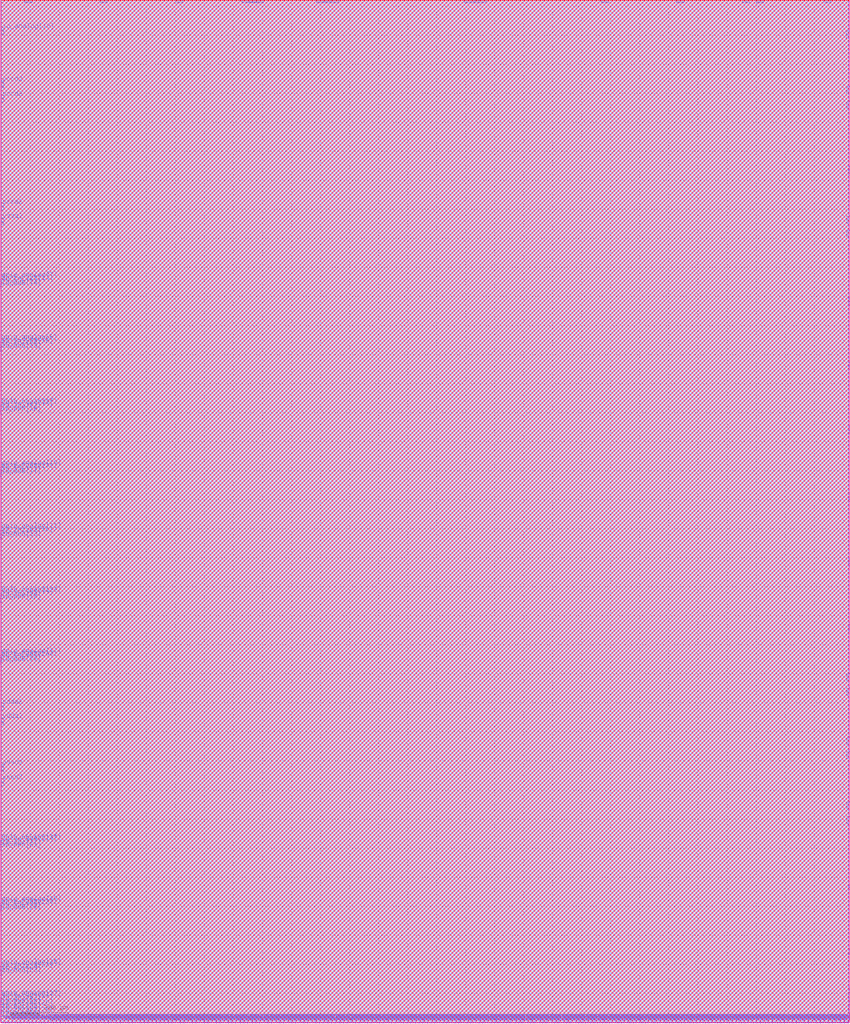
<source format=lef>
VERSION 5.7 ;
  NOWIREEXTENSIONATPIN ON ;
  DIVIDERCHAR "/" ;
  BUSBITCHARS "[]" ;
MACRO user_analog_project_wrapper
  CLASS BLOCK ;
  FOREIGN user_analog_project_wrapper ;
  ORIGIN 0.000 0.000 ;
  SIZE 2920.000 BY 3520.000 ;
  PIN gpio_analog[0]
    DIRECTION INOUT ;
    USE SIGNAL ;
    PORT
      LAYER met3 ;
        RECT 2917.600 1346.150 2924.000 1346.710 ;
    END
  END gpio_analog[0]
  PIN gpio_analog[10]
    DIRECTION INOUT ;
    USE SIGNAL ;
    PORT
      LAYER met3 ;
        RECT -4.000 1909.320 2.400 1909.880 ;
    END
  END gpio_analog[10]
  PIN gpio_analog[11]
    DIRECTION INOUT ;
    USE SIGNAL ;
    PORT
      LAYER met3 ;
        RECT -4.000 1693.210 2.400 1693.770 ;
    END
  END gpio_analog[11]
  PIN gpio_analog[12]
    DIRECTION INOUT ;
    USE SIGNAL ;
    PORT
      LAYER met3 ;
        RECT -4.000 1477.100 2.400 1477.660 ;
    END
  END gpio_analog[12]
  PIN gpio_analog[13]
    DIRECTION INOUT ;
    USE SIGNAL ;
    PORT
      LAYER met3 ;
        RECT -4.000 1261.990 2.400 1262.550 ;
    END
  END gpio_analog[13]
  PIN gpio_analog[14]
    DIRECTION INOUT ;
    USE SIGNAL ;
    PORT
      LAYER met3 ;
        RECT -4.000 623.880 2.400 624.440 ;
    END
  END gpio_analog[14]
  PIN gpio_analog[15]
    DIRECTION INOUT ;
    USE SIGNAL ;
    PORT
      LAYER met3 ;
        RECT -4.000 407.770 2.400 408.330 ;
    END
  END gpio_analog[15]
  PIN gpio_analog[16]
    DIRECTION INOUT ;
    USE SIGNAL ;
    PORT
      LAYER met3 ;
        RECT -4.000 191.660 2.400 192.220 ;
    END
  END gpio_analog[16]
  PIN gpio_analog[17]
    DIRECTION INOUT ;
    USE SIGNAL ;
    PORT
      LAYER met3 ;
        RECT -4.000 84.550 2.400 85.110 ;
    END
  END gpio_analog[17]
  PIN gpio_analog[1]
    DIRECTION INOUT ;
    USE SIGNAL ;
    PORT
      LAYER met3 ;
        RECT 2917.600 1568.260 2924.000 1568.820 ;
    END
  END gpio_analog[1]
  PIN gpio_analog[2]
    DIRECTION INOUT ;
    USE SIGNAL ;
    PORT
      LAYER met3 ;
        RECT 2917.600 1794.370 2924.000 1794.930 ;
    END
  END gpio_analog[2]
  PIN gpio_analog[3]
    DIRECTION INOUT ;
    USE SIGNAL ;
    PORT
      LAYER met3 ;
        RECT 2917.600 2026.480 2924.000 2027.040 ;
    END
  END gpio_analog[3]
  PIN gpio_analog[4]
    DIRECTION INOUT ;
    USE SIGNAL ;
    PORT
      LAYER met3 ;
        RECT 2917.600 2248.590 2924.000 2249.150 ;
    END
  END gpio_analog[4]
  PIN gpio_analog[5]
    DIRECTION INOUT ;
    USE SIGNAL ;
    PORT
      LAYER met3 ;
        RECT 2917.600 2470.700 2924.000 2471.260 ;
    END
  END gpio_analog[5]
  PIN gpio_analog[6]
    DIRECTION INOUT ;
    USE SIGNAL ;
    PORT
      LAYER met3 ;
        RECT 2917.600 2917.810 2924.000 2918.370 ;
    END
  END gpio_analog[6]
  PIN gpio_analog[7]
    DIRECTION INOUT ;
    USE SIGNAL ;
    PORT
      LAYER met3 ;
        RECT -4.000 2557.650 2.400 2558.210 ;
    END
  END gpio_analog[7]
  PIN gpio_analog[8]
    DIRECTION INOUT ;
    USE SIGNAL ;
    PORT
      LAYER met3 ;
        RECT -4.000 2341.540 2.400 2342.100 ;
    END
  END gpio_analog[8]
  PIN gpio_analog[9]
    DIRECTION INOUT ;
    USE SIGNAL ;
    PORT
      LAYER met3 ;
        RECT -4.000 2125.430 2.400 2125.990 ;
    END
  END gpio_analog[9]
  PIN gpio_noesd[0]
    DIRECTION INOUT ;
    USE SIGNAL ;
    PORT
      LAYER met3 ;
        RECT 2917.600 1352.060 2924.000 1352.620 ;
    END
  END gpio_noesd[0]
  PIN gpio_noesd[10]
    DIRECTION INOUT ;
    USE SIGNAL ;
    PORT
      LAYER met3 ;
        RECT -4.000 1903.410 2.400 1903.970 ;
    END
  END gpio_noesd[10]
  PIN gpio_noesd[11]
    DIRECTION INOUT ;
    USE SIGNAL ;
    PORT
      LAYER met3 ;
        RECT -4.000 1687.300 2.400 1687.860 ;
    END
  END gpio_noesd[11]
  PIN gpio_noesd[12]
    DIRECTION INOUT ;
    USE SIGNAL ;
    PORT
      LAYER met3 ;
        RECT -4.000 1471.190 2.400 1471.750 ;
    END
  END gpio_noesd[12]
  PIN gpio_noesd[13]
    DIRECTION INOUT ;
    USE SIGNAL ;
    PORT
      LAYER met3 ;
        RECT -4.000 1256.080 2.400 1256.640 ;
    END
  END gpio_noesd[13]
  PIN gpio_noesd[14]
    DIRECTION INOUT ;
    USE SIGNAL ;
    PORT
      LAYER met3 ;
        RECT -4.000 617.970 2.400 618.530 ;
    END
  END gpio_noesd[14]
  PIN gpio_noesd[15]
    DIRECTION INOUT ;
    USE SIGNAL ;
    PORT
      LAYER met3 ;
        RECT -4.000 401.860 2.400 402.420 ;
    END
  END gpio_noesd[15]
  PIN gpio_noesd[16]
    DIRECTION INOUT ;
    USE SIGNAL ;
    PORT
      LAYER met3 ;
        RECT -4.000 185.750 2.400 186.310 ;
    END
  END gpio_noesd[16]
  PIN gpio_noesd[17]
    DIRECTION INOUT ;
    USE SIGNAL ;
    PORT
      LAYER met3 ;
        RECT -4.000 78.640 2.400 79.200 ;
    END
  END gpio_noesd[17]
  PIN gpio_noesd[1]
    DIRECTION INOUT ;
    USE SIGNAL ;
    PORT
      LAYER met3 ;
        RECT 2917.600 1574.170 2924.000 1574.730 ;
    END
  END gpio_noesd[1]
  PIN gpio_noesd[2]
    DIRECTION INOUT ;
    USE SIGNAL ;
    PORT
      LAYER met3 ;
        RECT 2917.600 1800.280 2924.000 1800.840 ;
    END
  END gpio_noesd[2]
  PIN gpio_noesd[3]
    DIRECTION INOUT ;
    USE SIGNAL ;
    PORT
      LAYER met3 ;
        RECT 2917.600 2032.390 2924.000 2032.950 ;
    END
  END gpio_noesd[3]
  PIN gpio_noesd[4]
    DIRECTION INOUT ;
    USE SIGNAL ;
    PORT
      LAYER met3 ;
        RECT 2917.600 2254.500 2924.000 2255.060 ;
    END
  END gpio_noesd[4]
  PIN gpio_noesd[5]
    DIRECTION INOUT ;
    USE SIGNAL ;
    PORT
      LAYER met3 ;
        RECT 2917.600 2476.610 2924.000 2477.170 ;
    END
  END gpio_noesd[5]
  PIN gpio_noesd[6]
    DIRECTION INOUT ;
    USE SIGNAL ;
    PORT
      LAYER met3 ;
        RECT 2917.600 2923.720 2924.000 2924.280 ;
    END
  END gpio_noesd[6]
  PIN gpio_noesd[7]
    DIRECTION INOUT ;
    USE SIGNAL ;
    PORT
      LAYER met3 ;
        RECT -4.000 2551.740 2.400 2552.300 ;
    END
  END gpio_noesd[7]
  PIN gpio_noesd[8]
    DIRECTION INOUT ;
    USE SIGNAL ;
    PORT
      LAYER met3 ;
        RECT -4.000 2335.630 2.400 2336.190 ;
    END
  END gpio_noesd[8]
  PIN gpio_noesd[9]
    DIRECTION INOUT ;
    USE SIGNAL ;
    PORT
      LAYER met3 ;
        RECT -4.000 2119.520 2.400 2120.080 ;
    END
  END gpio_noesd[9]
  PIN io_analog[0]
    DIRECTION INOUT ;
    USE SIGNAL ;
    PORT
      LAYER met3 ;
        RECT 2911.500 3389.920 2920.000 3414.920 ;
    END
  END io_analog[0]
  PIN io_analog[10]
    DIRECTION INOUT ;
    USE SIGNAL ;
    PORT
      LAYER met3 ;
        RECT 0.000 3401.210 8.500 3426.210 ;
    END
  END io_analog[10]
  PIN io_analog[1]
    DIRECTION INOUT ;
    USE SIGNAL ;
    PORT
      LAYER met3 ;
        RECT 2832.970 3511.500 2857.970 3520.000 ;
    END
  END io_analog[1]
  PIN io_analog[2]
    DIRECTION INOUT ;
    USE SIGNAL ;
    PORT
      LAYER met3 ;
        RECT 2326.970 3511.500 2351.970 3520.000 ;
    END
  END io_analog[2]
  PIN io_analog[3]
    DIRECTION INOUT ;
    USE SIGNAL ;
    PORT
      LAYER met3 ;
        RECT 2066.970 3511.500 2091.970 3520.000 ;
    END
  END io_analog[3]
  PIN io_analog[4]
    DIRECTION INOUT ;
    USE SIGNAL ;
    PORT
      LAYER met3 ;
        RECT 1646.470 3511.500 1671.470 3520.000 ;
    END
  END io_analog[4]
  PIN io_analog[5]
    DIRECTION INOUT ;
    USE SIGNAL ;
    PORT
      LAYER met3 ;
        RECT 1137.970 3511.500 1162.970 3520.000 ;
    END
  END io_analog[5]
  PIN io_analog[6]
    DIRECTION INOUT ;
    USE SIGNAL ;
    PORT
      LAYER met3 ;
        RECT 879.470 3511.500 904.470 3520.000 ;
    END
  END io_analog[6]
  PIN io_analog[7]
    DIRECTION INOUT ;
    USE SIGNAL ;
    PORT
      LAYER met3 ;
        RECT 600.970 3511.500 625.970 3520.000 ;
    END
  END io_analog[7]
  PIN io_analog[8]
    DIRECTION INOUT ;
    USE SIGNAL ;
    PORT
      LAYER met3 ;
        RECT 340.970 3511.500 365.970 3520.000 ;
    END
  END io_analog[8]
  PIN io_analog[9]
    DIRECTION INOUT ;
    USE SIGNAL ;
    PORT
      LAYER met3 ;
        RECT 80.970 3511.500 105.970 3520.000 ;
    END
  END io_analog[9]
  PIN io_analog[4]
    DIRECTION INOUT ;
    USE SIGNAL ;
    PORT
      LAYER met3 ;
        RECT 1594.970 3511.500 1619.970 3520.000 ;
    END
  END io_analog[4]
  PIN io_analog[5]
    DIRECTION INOUT ;
    USE SIGNAL ;
    PORT
      LAYER met3 ;
        RECT 1086.470 3511.500 1111.470 3520.000 ;
    END
  END io_analog[5]
  PIN io_analog[6]
    DIRECTION INOUT ;
    USE SIGNAL ;
    PORT
      LAYER met3 ;
        RECT 827.970 3511.500 852.970 3520.000 ;
    END
  END io_analog[6]
  PIN io_clamp_high[0]
    DIRECTION INOUT ;
    USE SIGNAL ;
    PORT
      LAYER met3 ;
        RECT 1633.970 3511.500 1644.970 3520.000 ;
    END
  END io_clamp_high[0]
  PIN io_clamp_high[1]
    DIRECTION INOUT ;
    USE SIGNAL ;
    PORT
      LAYER met3 ;
        RECT 1125.470 3511.500 1136.470 3520.000 ;
    END
  END io_clamp_high[1]
  PIN io_clamp_high[2]
    DIRECTION INOUT ;
    USE SIGNAL ;
    PORT
      LAYER met3 ;
        RECT 866.970 3511.500 877.970 3520.000 ;
    END
  END io_clamp_high[2]
  PIN io_clamp_low[0]
    DIRECTION INOUT ;
    USE SIGNAL ;
    PORT
      LAYER met3 ;
        RECT 1621.470 3511.500 1632.470 3520.000 ;
    END
  END io_clamp_low[0]
  PIN io_clamp_low[1]
    DIRECTION INOUT ;
    USE SIGNAL ;
    PORT
      LAYER met3 ;
        RECT 1112.970 3511.500 1123.970 3520.000 ;
    END
  END io_clamp_low[1]
  PIN io_clamp_low[2]
    DIRECTION INOUT ;
    USE SIGNAL ;
    PORT
      LAYER met3 ;
        RECT 854.470 3511.500 865.470 3520.000 ;
    END
  END io_clamp_low[2]
  PIN io_in[0]
    DIRECTION INPUT ;
    USE SIGNAL ;
    ANTENNAGATEAREA 0.126000 ;
    PORT
      LAYER met3 ;
        RECT 2917.600 13.630 2924.000 14.190 ;
    END
  END io_in[0]
  PIN io_in[10]
    DIRECTION INPUT ;
    USE SIGNAL ;
    ANTENNAGATEAREA 0.126000 ;
    PORT
      LAYER met3 ;
        RECT 2917.600 2044.210 2924.000 2044.770 ;
    END
  END io_in[10]
  PIN io_in[11]
    DIRECTION INPUT ;
    USE SIGNAL ;
    ANTENNAGATEAREA 0.126000 ;
    PORT
      LAYER met3 ;
        RECT 2917.600 2266.320 2924.000 2266.880 ;
    END
  END io_in[11]
  PIN io_in[12]
    DIRECTION INPUT ;
    USE SIGNAL ;
    ANTENNAGATEAREA 0.126000 ;
    PORT
      LAYER met3 ;
        RECT 2917.600 2488.430 2924.000 2488.990 ;
    END
  END io_in[12]
  PIN io_in[13]
    DIRECTION INPUT ;
    USE SIGNAL ;
    ANTENNAGATEAREA 0.126000 ;
    PORT
      LAYER met3 ;
        RECT 2917.600 2935.540 2924.000 2936.100 ;
    END
  END io_in[13]
  PIN io_in[14]
    DIRECTION INPUT ;
    USE SIGNAL ;
    ANTENNAGATEAREA 0.126000 ;
    PORT
      LAYER met3 ;
        RECT -4.000 2539.920 2.400 2540.480 ;
    END
  END io_in[14]
  PIN io_in[15]
    DIRECTION INPUT ;
    USE SIGNAL ;
    ANTENNAGATEAREA 0.126000 ;
    PORT
      LAYER met3 ;
        RECT -4.000 2323.810 2.400 2324.370 ;
    END
  END io_in[15]
  PIN io_in[16]
    DIRECTION INPUT ;
    USE SIGNAL ;
    ANTENNAGATEAREA 0.126000 ;
    PORT
      LAYER met3 ;
        RECT -4.000 2107.700 2.400 2108.260 ;
    END
  END io_in[16]
  PIN io_in[17]
    DIRECTION INPUT ;
    USE SIGNAL ;
    ANTENNAGATEAREA 0.126000 ;
    PORT
      LAYER met3 ;
        RECT -4.000 1891.590 2.400 1892.150 ;
    END
  END io_in[17]
  PIN io_in[18]
    DIRECTION INPUT ;
    USE SIGNAL ;
    ANTENNAGATEAREA 0.126000 ;
    PORT
      LAYER met3 ;
        RECT -4.000 1675.480 2.400 1676.040 ;
    END
  END io_in[18]
  PIN io_in[19]
    DIRECTION INPUT ;
    USE SIGNAL ;
    ANTENNAGATEAREA 0.126000 ;
    PORT
      LAYER met3 ;
        RECT -4.000 1459.370 2.400 1459.930 ;
    END
  END io_in[19]
  PIN io_in[1]
    DIRECTION INPUT ;
    USE SIGNAL ;
    ANTENNAGATEAREA 0.126000 ;
    PORT
      LAYER met3 ;
        RECT 2917.600 37.270 2924.000 37.830 ;
    END
  END io_in[1]
  PIN io_in[20]
    DIRECTION INPUT ;
    USE SIGNAL ;
    ANTENNAGATEAREA 0.126000 ;
    PORT
      LAYER met3 ;
        RECT -4.000 1244.260 2.400 1244.820 ;
    END
  END io_in[20]
  PIN io_in[21]
    DIRECTION INPUT ;
    USE SIGNAL ;
    ANTENNAGATEAREA 0.126000 ;
    PORT
      LAYER met3 ;
        RECT -4.000 606.150 2.400 606.710 ;
    END
  END io_in[21]
  PIN io_in[22]
    DIRECTION INPUT ;
    USE SIGNAL ;
    ANTENNAGATEAREA 0.126000 ;
    PORT
      LAYER met3 ;
        RECT -4.000 390.040 2.400 390.600 ;
    END
  END io_in[22]
  PIN io_in[23]
    DIRECTION INPUT ;
    USE SIGNAL ;
    ANTENNAGATEAREA 0.126000 ;
    PORT
      LAYER met3 ;
        RECT -4.000 173.930 2.400 174.490 ;
    END
  END io_in[23]
  PIN io_in[24]
    DIRECTION INPUT ;
    USE SIGNAL ;
    ANTENNAGATEAREA 0.126000 ;
    PORT
      LAYER met3 ;
        RECT -4.000 66.820 2.400 67.380 ;
    END
  END io_in[24]
  PIN io_in[25]
    DIRECTION INPUT ;
    USE SIGNAL ;
    ANTENNAGATEAREA 0.126000 ;
    PORT
      LAYER met3 ;
        RECT -4.000 43.180 2.400 43.740 ;
    END
  END io_in[25]
  PIN io_in[26]
    DIRECTION INPUT ;
    USE SIGNAL ;
    ANTENNAGATEAREA 0.126000 ;
    PORT
      LAYER met3 ;
        RECT -4.000 19.540 2.400 20.100 ;
    END
  END io_in[26]
  PIN io_in[2]
    DIRECTION INPUT ;
    USE SIGNAL ;
    ANTENNAGATEAREA 0.126000 ;
    PORT
      LAYER met3 ;
        RECT 2917.600 60.910 2924.000 61.470 ;
    END
  END io_in[2]
  PIN io_in[3]
    DIRECTION INPUT ;
    USE SIGNAL ;
    ANTENNAGATEAREA 0.126000 ;
    PORT
      LAYER met3 ;
        RECT 2917.600 84.550 2924.000 85.110 ;
    END
  END io_in[3]
  PIN io_in[4]
    DIRECTION INPUT ;
    USE SIGNAL ;
    ANTENNAGATEAREA 0.126000 ;
    PORT
      LAYER met3 ;
        RECT 2917.600 108.190 2924.000 108.750 ;
    END
  END io_in[4]
  PIN io_in[5]
    DIRECTION INPUT ;
    USE SIGNAL ;
    ANTENNAGATEAREA 0.126000 ;
    PORT
      LAYER met3 ;
        RECT 2917.600 240.480 2924.000 241.040 ;
    END
  END io_in[5]
  PIN io_in[6]
    DIRECTION INPUT ;
    USE SIGNAL ;
    ANTENNAGATEAREA 0.126000 ;
    PORT
      LAYER met3 ;
        RECT 2917.600 463.770 2924.000 464.330 ;
    END
  END io_in[6]
  PIN io_in[7]
    DIRECTION INPUT ;
    USE SIGNAL ;
    ANTENNAGATEAREA 0.126000 ;
    PORT
      LAYER met3 ;
        RECT 2917.600 1363.880 2924.000 1364.440 ;
    END
  END io_in[7]
  PIN io_in[8]
    DIRECTION INPUT ;
    USE SIGNAL ;
    ANTENNAGATEAREA 0.126000 ;
    PORT
      LAYER met3 ;
        RECT 2917.600 1585.990 2924.000 1586.550 ;
    END
  END io_in[8]
  PIN io_in[9]
    DIRECTION INPUT ;
    USE SIGNAL ;
    ANTENNAGATEAREA 0.126000 ;
    PORT
      LAYER met3 ;
        RECT 2917.600 1812.100 2924.000 1812.660 ;
    END
  END io_in[9]
  PIN io_in_3v3[0]
    DIRECTION INPUT ;
    USE SIGNAL ;
    ANTENNAGATEAREA 0.126000 ;
    PORT
      LAYER met3 ;
        RECT 2917.600 7.720 2924.000 8.280 ;
    END
  END io_in_3v3[0]
  PIN io_in_3v3[10]
    DIRECTION INPUT ;
    USE SIGNAL ;
    ANTENNAGATEAREA 0.126000 ;
    PORT
      LAYER met3 ;
        RECT 2917.600 2038.300 2924.000 2038.860 ;
    END
  END io_in_3v3[10]
  PIN io_in_3v3[11]
    DIRECTION INPUT ;
    USE SIGNAL ;
    ANTENNAGATEAREA 0.126000 ;
    PORT
      LAYER met3 ;
        RECT 2917.600 2260.410 2924.000 2260.970 ;
    END
  END io_in_3v3[11]
  PIN io_in_3v3[12]
    DIRECTION INPUT ;
    USE SIGNAL ;
    ANTENNAGATEAREA 0.126000 ;
    PORT
      LAYER met3 ;
        RECT 2917.600 2482.520 2924.000 2483.080 ;
    END
  END io_in_3v3[12]
  PIN io_in_3v3[13]
    DIRECTION INPUT ;
    USE SIGNAL ;
    ANTENNAGATEAREA 0.126000 ;
    PORT
      LAYER met3 ;
        RECT 2917.600 2929.630 2924.000 2930.190 ;
    END
  END io_in_3v3[13]
  PIN io_in_3v3[14]
    DIRECTION INPUT ;
    USE SIGNAL ;
    ANTENNAGATEAREA 0.126000 ;
    PORT
      LAYER met3 ;
        RECT -4.000 2545.830 2.400 2546.390 ;
    END
  END io_in_3v3[14]
  PIN io_in_3v3[15]
    DIRECTION INPUT ;
    USE SIGNAL ;
    ANTENNAGATEAREA 0.126000 ;
    PORT
      LAYER met3 ;
        RECT -4.000 2329.720 2.400 2330.280 ;
    END
  END io_in_3v3[15]
  PIN io_in_3v3[16]
    DIRECTION INPUT ;
    USE SIGNAL ;
    ANTENNAGATEAREA 0.126000 ;
    PORT
      LAYER met3 ;
        RECT -4.000 2113.610 2.400 2114.170 ;
    END
  END io_in_3v3[16]
  PIN io_in_3v3[17]
    DIRECTION INPUT ;
    USE SIGNAL ;
    ANTENNAGATEAREA 0.126000 ;
    PORT
      LAYER met3 ;
        RECT -4.000 1897.500 2.400 1898.060 ;
    END
  END io_in_3v3[17]
  PIN io_in_3v3[18]
    DIRECTION INPUT ;
    USE SIGNAL ;
    ANTENNAGATEAREA 0.126000 ;
    PORT
      LAYER met3 ;
        RECT -4.000 1681.390 2.400 1681.950 ;
    END
  END io_in_3v3[18]
  PIN io_in_3v3[19]
    DIRECTION INPUT ;
    USE SIGNAL ;
    ANTENNAGATEAREA 0.126000 ;
    PORT
      LAYER met3 ;
        RECT -4.000 1465.280 2.400 1465.840 ;
    END
  END io_in_3v3[19]
  PIN io_in_3v3[1]
    DIRECTION INPUT ;
    USE SIGNAL ;
    ANTENNAGATEAREA 0.126000 ;
    PORT
      LAYER met3 ;
        RECT 2917.600 31.360 2924.000 31.920 ;
    END
  END io_in_3v3[1]
  PIN io_in_3v3[20]
    DIRECTION INPUT ;
    USE SIGNAL ;
    ANTENNAGATEAREA 0.126000 ;
    PORT
      LAYER met3 ;
        RECT -4.000 1250.170 2.400 1250.730 ;
    END
  END io_in_3v3[20]
  PIN io_in_3v3[21]
    DIRECTION INPUT ;
    USE SIGNAL ;
    ANTENNAGATEAREA 0.126000 ;
    PORT
      LAYER met3 ;
        RECT -4.000 612.060 2.400 612.620 ;
    END
  END io_in_3v3[21]
  PIN io_in_3v3[22]
    DIRECTION INPUT ;
    USE SIGNAL ;
    ANTENNAGATEAREA 0.126000 ;
    PORT
      LAYER met3 ;
        RECT -4.000 395.950 2.400 396.510 ;
    END
  END io_in_3v3[22]
  PIN io_in_3v3[23]
    DIRECTION INPUT ;
    USE SIGNAL ;
    ANTENNAGATEAREA 0.126000 ;
    PORT
      LAYER met3 ;
        RECT -4.000 179.840 2.400 180.400 ;
    END
  END io_in_3v3[23]
  PIN io_in_3v3[24]
    DIRECTION INPUT ;
    USE SIGNAL ;
    ANTENNAGATEAREA 0.126000 ;
    PORT
      LAYER met3 ;
        RECT -4.000 72.730 2.400 73.290 ;
    END
  END io_in_3v3[24]
  PIN io_in_3v3[25]
    DIRECTION INPUT ;
    USE SIGNAL ;
    ANTENNAGATEAREA 0.126000 ;
    PORT
      LAYER met3 ;
        RECT -4.000 49.090 2.400 49.650 ;
    END
  END io_in_3v3[25]
  PIN io_in_3v3[26]
    DIRECTION INPUT ;
    USE SIGNAL ;
    ANTENNAGATEAREA 0.126000 ;
    PORT
      LAYER met3 ;
        RECT -4.000 25.450 2.400 26.010 ;
    END
  END io_in_3v3[26]
  PIN io_in_3v3[2]
    DIRECTION INPUT ;
    USE SIGNAL ;
    ANTENNAGATEAREA 0.126000 ;
    PORT
      LAYER met3 ;
        RECT 2917.600 55.000 2924.000 55.560 ;
    END
  END io_in_3v3[2]
  PIN io_in_3v3[3]
    DIRECTION INPUT ;
    USE SIGNAL ;
    ANTENNAGATEAREA 0.126000 ;
    PORT
      LAYER met3 ;
        RECT 2917.600 78.640 2924.000 79.200 ;
    END
  END io_in_3v3[3]
  PIN io_in_3v3[4]
    DIRECTION INPUT ;
    USE SIGNAL ;
    ANTENNAGATEAREA 0.126000 ;
    PORT
      LAYER met3 ;
        RECT 2917.600 102.280 2924.000 102.840 ;
    END
  END io_in_3v3[4]
  PIN io_in_3v3[5]
    DIRECTION INPUT ;
    USE SIGNAL ;
    ANTENNAGATEAREA 0.126000 ;
    PORT
      LAYER met3 ;
        RECT 2917.600 234.570 2924.000 235.130 ;
    END
  END io_in_3v3[5]
  PIN io_in_3v3[6]
    DIRECTION INPUT ;
    USE SIGNAL ;
    ANTENNAGATEAREA 0.126000 ;
    PORT
      LAYER met3 ;
        RECT 2917.600 457.860 2924.000 458.420 ;
    END
  END io_in_3v3[6]
  PIN io_in_3v3[7]
    DIRECTION INPUT ;
    USE SIGNAL ;
    ANTENNAGATEAREA 0.126000 ;
    PORT
      LAYER met3 ;
        RECT 2917.600 1357.970 2924.000 1358.530 ;
    END
  END io_in_3v3[7]
  PIN io_in_3v3[8]
    DIRECTION INPUT ;
    USE SIGNAL ;
    ANTENNAGATEAREA 0.126000 ;
    PORT
      LAYER met3 ;
        RECT 2917.600 1580.080 2924.000 1580.640 ;
    END
  END io_in_3v3[8]
  PIN io_in_3v3[9]
    DIRECTION INPUT ;
    USE SIGNAL ;
    ANTENNAGATEAREA 0.126000 ;
    PORT
      LAYER met3 ;
        RECT 2917.600 1806.190 2924.000 1806.750 ;
    END
  END io_in_3v3[9]
  PIN io_oeb[0]
    DIRECTION OUTPUT TRISTATE ;
    USE SIGNAL ;
    ANTENNADIFFAREA 0.340600 ;
    PORT
      LAYER met3 ;
        RECT 2917.600 25.450 2924.000 26.010 ;
    END
  END io_oeb[0]
  PIN io_oeb[10]
    DIRECTION OUTPUT TRISTATE ;
    USE SIGNAL ;
    ANTENNADIFFAREA 0.340600 ;
    PORT
      LAYER met3 ;
        RECT 2917.600 2056.030 2924.000 2056.590 ;
    END
  END io_oeb[10]
  PIN io_oeb[11]
    DIRECTION OUTPUT TRISTATE ;
    USE SIGNAL ;
    ANTENNADIFFAREA 0.340600 ;
    PORT
      LAYER met3 ;
        RECT 2917.600 2278.140 2924.000 2278.700 ;
    END
  END io_oeb[11]
  PIN io_oeb[12]
    DIRECTION OUTPUT TRISTATE ;
    USE SIGNAL ;
    ANTENNADIFFAREA 0.340600 ;
    PORT
      LAYER met3 ;
        RECT 2917.600 2500.250 2924.000 2500.810 ;
    END
  END io_oeb[12]
  PIN io_oeb[13]
    DIRECTION OUTPUT TRISTATE ;
    USE SIGNAL ;
    ANTENNADIFFAREA 0.340600 ;
    PORT
      LAYER met3 ;
        RECT 2917.600 2947.360 2924.000 2947.920 ;
    END
  END io_oeb[13]
  PIN io_oeb[14]
    DIRECTION OUTPUT TRISTATE ;
    USE SIGNAL ;
    ANTENNADIFFAREA 0.340600 ;
    PORT
      LAYER met3 ;
        RECT -4.000 2528.100 2.400 2528.660 ;
    END
  END io_oeb[14]
  PIN io_oeb[15]
    DIRECTION OUTPUT TRISTATE ;
    USE SIGNAL ;
    ANTENNADIFFAREA 0.340600 ;
    PORT
      LAYER met3 ;
        RECT -4.000 2311.990 2.400 2312.550 ;
    END
  END io_oeb[15]
  PIN io_oeb[16]
    DIRECTION OUTPUT TRISTATE ;
    USE SIGNAL ;
    ANTENNADIFFAREA 0.340600 ;
    PORT
      LAYER met3 ;
        RECT -4.000 2095.880 2.400 2096.440 ;
    END
  END io_oeb[16]
  PIN io_oeb[17]
    DIRECTION OUTPUT TRISTATE ;
    USE SIGNAL ;
    ANTENNADIFFAREA 0.340600 ;
    PORT
      LAYER met3 ;
        RECT -4.000 1879.770 2.400 1880.330 ;
    END
  END io_oeb[17]
  PIN io_oeb[18]
    DIRECTION OUTPUT TRISTATE ;
    USE SIGNAL ;
    ANTENNADIFFAREA 0.340600 ;
    PORT
      LAYER met3 ;
        RECT -4.000 1663.660 2.400 1664.220 ;
    END
  END io_oeb[18]
  PIN io_oeb[19]
    DIRECTION OUTPUT TRISTATE ;
    USE SIGNAL ;
    ANTENNADIFFAREA 0.340600 ;
    PORT
      LAYER met3 ;
        RECT -4.000 1447.550 2.400 1448.110 ;
    END
  END io_oeb[19]
  PIN io_oeb[1]
    DIRECTION OUTPUT TRISTATE ;
    USE SIGNAL ;
    ANTENNADIFFAREA 0.340600 ;
    PORT
      LAYER met3 ;
        RECT 2917.600 49.090 2924.000 49.650 ;
    END
  END io_oeb[1]
  PIN io_oeb[20]
    DIRECTION OUTPUT TRISTATE ;
    USE SIGNAL ;
    ANTENNADIFFAREA 0.340600 ;
    PORT
      LAYER met3 ;
        RECT -4.000 1232.440 2.400 1233.000 ;
    END
  END io_oeb[20]
  PIN io_oeb[21]
    DIRECTION OUTPUT TRISTATE ;
    USE SIGNAL ;
    ANTENNADIFFAREA 0.340600 ;
    PORT
      LAYER met3 ;
        RECT -4.000 594.330 2.400 594.890 ;
    END
  END io_oeb[21]
  PIN io_oeb[22]
    DIRECTION OUTPUT TRISTATE ;
    USE SIGNAL ;
    ANTENNADIFFAREA 0.340600 ;
    PORT
      LAYER met3 ;
        RECT -4.000 378.220 2.400 378.780 ;
    END
  END io_oeb[22]
  PIN io_oeb[23]
    DIRECTION OUTPUT TRISTATE ;
    USE SIGNAL ;
    ANTENNADIFFAREA 0.340600 ;
    PORT
      LAYER met3 ;
        RECT -4.000 162.110 2.400 162.670 ;
    END
  END io_oeb[23]
  PIN io_oeb[24]
    DIRECTION OUTPUT TRISTATE ;
    USE SIGNAL ;
    ANTENNADIFFAREA 0.340600 ;
    PORT
      LAYER met3 ;
        RECT -4.000 55.000 2.400 55.560 ;
    END
  END io_oeb[24]
  PIN io_oeb[25]
    DIRECTION OUTPUT TRISTATE ;
    USE SIGNAL ;
    ANTENNADIFFAREA 0.340600 ;
    PORT
      LAYER met3 ;
        RECT -4.000 31.360 2.400 31.920 ;
    END
  END io_oeb[25]
  PIN io_oeb[26]
    DIRECTION OUTPUT TRISTATE ;
    USE SIGNAL ;
    ANTENNADIFFAREA 0.340600 ;
    PORT
      LAYER met3 ;
        RECT -4.000 7.720 2.400 8.280 ;
    END
  END io_oeb[26]
  PIN io_oeb[2]
    DIRECTION OUTPUT TRISTATE ;
    USE SIGNAL ;
    ANTENNADIFFAREA 0.340600 ;
    PORT
      LAYER met3 ;
        RECT 2917.600 72.730 2924.000 73.290 ;
    END
  END io_oeb[2]
  PIN io_oeb[3]
    DIRECTION OUTPUT TRISTATE ;
    USE SIGNAL ;
    ANTENNADIFFAREA 0.340600 ;
    PORT
      LAYER met3 ;
        RECT 2917.600 96.370 2924.000 96.930 ;
    END
  END io_oeb[3]
  PIN io_oeb[4]
    DIRECTION OUTPUT TRISTATE ;
    USE SIGNAL ;
    ANTENNADIFFAREA 0.340600 ;
    PORT
      LAYER met3 ;
        RECT 2917.600 120.010 2924.000 120.570 ;
    END
  END io_oeb[4]
  PIN io_oeb[5]
    DIRECTION OUTPUT TRISTATE ;
    USE SIGNAL ;
    ANTENNADIFFAREA 0.340600 ;
    PORT
      LAYER met3 ;
        RECT 2917.600 252.300 2924.000 252.860 ;
    END
  END io_oeb[5]
  PIN io_oeb[6]
    DIRECTION OUTPUT TRISTATE ;
    USE SIGNAL ;
    ANTENNADIFFAREA 0.340600 ;
    PORT
      LAYER met3 ;
        RECT 2917.600 475.590 2924.000 476.150 ;
    END
  END io_oeb[6]
  PIN io_oeb[7]
    DIRECTION OUTPUT TRISTATE ;
    USE SIGNAL ;
    ANTENNADIFFAREA 0.340600 ;
    PORT
      LAYER met3 ;
        RECT 2917.600 1375.700 2924.000 1376.260 ;
    END
  END io_oeb[7]
  PIN io_oeb[8]
    DIRECTION OUTPUT TRISTATE ;
    USE SIGNAL ;
    ANTENNADIFFAREA 0.340600 ;
    PORT
      LAYER met3 ;
        RECT 2917.600 1597.810 2924.000 1598.370 ;
    END
  END io_oeb[8]
  PIN io_oeb[9]
    DIRECTION OUTPUT TRISTATE ;
    USE SIGNAL ;
    ANTENNADIFFAREA 0.340600 ;
    PORT
      LAYER met3 ;
        RECT 2917.600 1823.920 2924.000 1824.480 ;
    END
  END io_oeb[9]
  PIN io_out[0]
    DIRECTION OUTPUT TRISTATE ;
    USE SIGNAL ;
    ANTENNADIFFAREA 0.340600 ;
    PORT
      LAYER met3 ;
        RECT 2917.600 19.540 2924.000 20.100 ;
    END
  END io_out[0]
  PIN io_out[10]
    DIRECTION OUTPUT TRISTATE ;
    USE SIGNAL ;
    ANTENNADIFFAREA 0.340600 ;
    PORT
      LAYER met3 ;
        RECT 2917.600 2050.120 2924.000 2050.680 ;
    END
  END io_out[10]
  PIN io_out[11]
    DIRECTION OUTPUT TRISTATE ;
    USE SIGNAL ;
    ANTENNADIFFAREA 0.340600 ;
    PORT
      LAYER met3 ;
        RECT 2917.600 2272.230 2924.000 2272.790 ;
    END
  END io_out[11]
  PIN io_out[12]
    DIRECTION OUTPUT TRISTATE ;
    USE SIGNAL ;
    ANTENNADIFFAREA 0.340600 ;
    PORT
      LAYER met3 ;
        RECT 2917.600 2494.340 2924.000 2494.900 ;
    END
  END io_out[12]
  PIN io_out[13]
    DIRECTION OUTPUT TRISTATE ;
    USE SIGNAL ;
    ANTENNADIFFAREA 0.340600 ;
    PORT
      LAYER met3 ;
        RECT 2917.600 2941.450 2924.000 2942.010 ;
    END
  END io_out[13]
  PIN io_out[14]
    DIRECTION OUTPUT TRISTATE ;
    USE SIGNAL ;
    ANTENNADIFFAREA 0.340600 ;
    PORT
      LAYER met3 ;
        RECT -4.000 2534.010 2.400 2534.570 ;
    END
  END io_out[14]
  PIN io_out[15]
    DIRECTION OUTPUT TRISTATE ;
    USE SIGNAL ;
    ANTENNADIFFAREA 0.340600 ;
    PORT
      LAYER met3 ;
        RECT -4.000 2317.900 2.400 2318.460 ;
    END
  END io_out[15]
  PIN io_out[16]
    DIRECTION OUTPUT TRISTATE ;
    USE SIGNAL ;
    ANTENNADIFFAREA 0.340600 ;
    PORT
      LAYER met3 ;
        RECT -4.000 2101.790 2.400 2102.350 ;
    END
  END io_out[16]
  PIN io_out[17]
    DIRECTION OUTPUT TRISTATE ;
    USE SIGNAL ;
    ANTENNADIFFAREA 0.340600 ;
    PORT
      LAYER met3 ;
        RECT -4.000 1885.680 2.400 1886.240 ;
    END
  END io_out[17]
  PIN io_out[18]
    DIRECTION OUTPUT TRISTATE ;
    USE SIGNAL ;
    ANTENNADIFFAREA 0.340600 ;
    PORT
      LAYER met3 ;
        RECT -4.000 1669.570 2.400 1670.130 ;
    END
  END io_out[18]
  PIN io_out[19]
    DIRECTION OUTPUT TRISTATE ;
    USE SIGNAL ;
    ANTENNADIFFAREA 0.340600 ;
    PORT
      LAYER met3 ;
        RECT -4.000 1453.460 2.400 1454.020 ;
    END
  END io_out[19]
  PIN io_out[1]
    DIRECTION OUTPUT TRISTATE ;
    USE SIGNAL ;
    ANTENNADIFFAREA 0.340600 ;
    PORT
      LAYER met3 ;
        RECT 2917.600 43.180 2924.000 43.740 ;
    END
  END io_out[1]
  PIN io_out[20]
    DIRECTION OUTPUT TRISTATE ;
    USE SIGNAL ;
    ANTENNADIFFAREA 0.340600 ;
    PORT
      LAYER met3 ;
        RECT -4.000 1238.350 2.400 1238.910 ;
    END
  END io_out[20]
  PIN io_out[21]
    DIRECTION OUTPUT TRISTATE ;
    USE SIGNAL ;
    ANTENNADIFFAREA 0.340600 ;
    PORT
      LAYER met3 ;
        RECT -4.000 600.240 2.400 600.800 ;
    END
  END io_out[21]
  PIN io_out[22]
    DIRECTION OUTPUT TRISTATE ;
    USE SIGNAL ;
    ANTENNADIFFAREA 0.340600 ;
    PORT
      LAYER met3 ;
        RECT -4.000 384.130 2.400 384.690 ;
    END
  END io_out[22]
  PIN io_out[23]
    DIRECTION OUTPUT TRISTATE ;
    USE SIGNAL ;
    ANTENNADIFFAREA 0.340600 ;
    PORT
      LAYER met3 ;
        RECT -4.000 168.020 2.400 168.580 ;
    END
  END io_out[23]
  PIN io_out[24]
    DIRECTION OUTPUT TRISTATE ;
    USE SIGNAL ;
    ANTENNADIFFAREA 0.340600 ;
    PORT
      LAYER met3 ;
        RECT -4.000 60.910 2.400 61.470 ;
    END
  END io_out[24]
  PIN io_out[25]
    DIRECTION OUTPUT TRISTATE ;
    USE SIGNAL ;
    ANTENNADIFFAREA 0.340600 ;
    PORT
      LAYER met3 ;
        RECT -4.000 37.270 2.400 37.830 ;
    END
  END io_out[25]
  PIN io_out[26]
    DIRECTION OUTPUT TRISTATE ;
    USE SIGNAL ;
    ANTENNADIFFAREA 0.340600 ;
    PORT
      LAYER met3 ;
        RECT -4.000 13.630 2.400 14.190 ;
    END
  END io_out[26]
  PIN io_out[2]
    DIRECTION OUTPUT TRISTATE ;
    USE SIGNAL ;
    ANTENNADIFFAREA 0.340600 ;
    PORT
      LAYER met3 ;
        RECT 2917.600 66.820 2924.000 67.380 ;
    END
  END io_out[2]
  PIN io_out[3]
    DIRECTION OUTPUT TRISTATE ;
    USE SIGNAL ;
    ANTENNADIFFAREA 0.340600 ;
    PORT
      LAYER met3 ;
        RECT 2917.600 90.460 2924.000 91.020 ;
    END
  END io_out[3]
  PIN io_out[4]
    DIRECTION OUTPUT TRISTATE ;
    USE SIGNAL ;
    ANTENNADIFFAREA 0.340600 ;
    PORT
      LAYER met3 ;
        RECT 2917.600 114.100 2924.000 114.660 ;
    END
  END io_out[4]
  PIN io_out[5]
    DIRECTION OUTPUT TRISTATE ;
    USE SIGNAL ;
    ANTENNADIFFAREA 0.340600 ;
    PORT
      LAYER met3 ;
        RECT 2917.600 246.390 2924.000 246.950 ;
    END
  END io_out[5]
  PIN io_out[6]
    DIRECTION OUTPUT TRISTATE ;
    USE SIGNAL ;
    ANTENNADIFFAREA 0.340600 ;
    PORT
      LAYER met3 ;
        RECT 2917.600 469.680 2924.000 470.240 ;
    END
  END io_out[6]
  PIN io_out[7]
    DIRECTION OUTPUT TRISTATE ;
    USE SIGNAL ;
    ANTENNADIFFAREA 0.340600 ;
    PORT
      LAYER met3 ;
        RECT 2917.600 1369.790 2924.000 1370.350 ;
    END
  END io_out[7]
  PIN io_out[8]
    DIRECTION OUTPUT TRISTATE ;
    USE SIGNAL ;
    ANTENNADIFFAREA 0.340600 ;
    PORT
      LAYER met3 ;
        RECT 2917.600 1591.900 2924.000 1592.460 ;
    END
  END io_out[8]
  PIN io_out[9]
    DIRECTION OUTPUT TRISTATE ;
    USE SIGNAL ;
    ANTENNADIFFAREA 0.340600 ;
    PORT
      LAYER met3 ;
        RECT 2917.600 1818.010 2924.000 1818.570 ;
    END
  END io_out[9]
  PIN la_data_in[0]
    DIRECTION INPUT ;
    USE SIGNAL ;
    ANTENNAGATEAREA 0.126000 ;
    PORT
      LAYER met2 ;
        RECT 629.080 -4.000 629.640 2.400 ;
    END
  END la_data_in[0]
  PIN la_data_in[100]
    DIRECTION INPUT ;
    USE SIGNAL ;
    ANTENNAGATEAREA 0.126000 ;
    PORT
      LAYER met2 ;
        RECT 2402.080 -4.000 2402.640 2.400 ;
    END
  END la_data_in[100]
  PIN la_data_in[101]
    DIRECTION INPUT ;
    USE SIGNAL ;
    ANTENNAGATEAREA 0.126000 ;
    PORT
      LAYER met2 ;
        RECT 2419.810 -4.000 2420.370 2.400 ;
    END
  END la_data_in[101]
  PIN la_data_in[102]
    DIRECTION INPUT ;
    USE SIGNAL ;
    ANTENNAGATEAREA 0.126000 ;
    PORT
      LAYER met2 ;
        RECT 2437.540 -4.000 2438.100 2.400 ;
    END
  END la_data_in[102]
  PIN la_data_in[103]
    DIRECTION INPUT ;
    USE SIGNAL ;
    ANTENNAGATEAREA 0.126000 ;
    PORT
      LAYER met2 ;
        RECT 2455.270 -4.000 2455.830 2.400 ;
    END
  END la_data_in[103]
  PIN la_data_in[104]
    DIRECTION INPUT ;
    USE SIGNAL ;
    ANTENNAGATEAREA 0.126000 ;
    PORT
      LAYER met2 ;
        RECT 2473.000 -4.000 2473.560 2.400 ;
    END
  END la_data_in[104]
  PIN la_data_in[105]
    DIRECTION INPUT ;
    USE SIGNAL ;
    ANTENNAGATEAREA 0.126000 ;
    PORT
      LAYER met2 ;
        RECT 2490.730 -4.000 2491.290 2.400 ;
    END
  END la_data_in[105]
  PIN la_data_in[106]
    DIRECTION INPUT ;
    USE SIGNAL ;
    ANTENNAGATEAREA 0.126000 ;
    PORT
      LAYER met2 ;
        RECT 2508.460 -4.000 2509.020 2.400 ;
    END
  END la_data_in[106]
  PIN la_data_in[107]
    DIRECTION INPUT ;
    USE SIGNAL ;
    ANTENNAGATEAREA 0.126000 ;
    PORT
      LAYER met2 ;
        RECT 2526.190 -4.000 2526.750 2.400 ;
    END
  END la_data_in[107]
  PIN la_data_in[108]
    DIRECTION INPUT ;
    USE SIGNAL ;
    ANTENNAGATEAREA 0.126000 ;
    PORT
      LAYER met2 ;
        RECT 2543.920 -4.000 2544.480 2.400 ;
    END
  END la_data_in[108]
  PIN la_data_in[109]
    DIRECTION INPUT ;
    USE SIGNAL ;
    ANTENNAGATEAREA 0.126000 ;
    PORT
      LAYER met2 ;
        RECT 2561.650 -4.000 2562.210 2.400 ;
    END
  END la_data_in[109]
  PIN la_data_in[10]
    DIRECTION INPUT ;
    USE SIGNAL ;
    ANTENNAGATEAREA 0.126000 ;
    PORT
      LAYER met2 ;
        RECT 806.380 -4.000 806.940 2.400 ;
    END
  END la_data_in[10]
  PIN la_data_in[110]
    DIRECTION INPUT ;
    USE SIGNAL ;
    ANTENNAGATEAREA 0.126000 ;
    PORT
      LAYER met2 ;
        RECT 2579.380 -4.000 2579.940 2.400 ;
    END
  END la_data_in[110]
  PIN la_data_in[111]
    DIRECTION INPUT ;
    USE SIGNAL ;
    ANTENNAGATEAREA 0.126000 ;
    PORT
      LAYER met2 ;
        RECT 2597.110 -4.000 2597.670 2.400 ;
    END
  END la_data_in[111]
  PIN la_data_in[112]
    DIRECTION INPUT ;
    USE SIGNAL ;
    ANTENNAGATEAREA 0.126000 ;
    PORT
      LAYER met2 ;
        RECT 2614.840 -4.000 2615.400 2.400 ;
    END
  END la_data_in[112]
  PIN la_data_in[113]
    DIRECTION INPUT ;
    USE SIGNAL ;
    ANTENNAGATEAREA 0.126000 ;
    PORT
      LAYER met2 ;
        RECT 2632.570 -4.000 2633.130 2.400 ;
    END
  END la_data_in[113]
  PIN la_data_in[114]
    DIRECTION INPUT ;
    USE SIGNAL ;
    ANTENNAGATEAREA 0.126000 ;
    PORT
      LAYER met2 ;
        RECT 2650.300 -4.000 2650.860 2.400 ;
    END
  END la_data_in[114]
  PIN la_data_in[115]
    DIRECTION INPUT ;
    USE SIGNAL ;
    ANTENNAGATEAREA 0.126000 ;
    PORT
      LAYER met2 ;
        RECT 2668.030 -4.000 2668.590 2.400 ;
    END
  END la_data_in[115]
  PIN la_data_in[116]
    DIRECTION INPUT ;
    USE SIGNAL ;
    ANTENNAGATEAREA 0.126000 ;
    PORT
      LAYER met2 ;
        RECT 2685.760 -4.000 2686.320 2.400 ;
    END
  END la_data_in[116]
  PIN la_data_in[117]
    DIRECTION INPUT ;
    USE SIGNAL ;
    ANTENNAGATEAREA 0.126000 ;
    PORT
      LAYER met2 ;
        RECT 2703.490 -4.000 2704.050 2.400 ;
    END
  END la_data_in[117]
  PIN la_data_in[118]
    DIRECTION INPUT ;
    USE SIGNAL ;
    ANTENNAGATEAREA 0.126000 ;
    PORT
      LAYER met2 ;
        RECT 2721.220 -4.000 2721.780 2.400 ;
    END
  END la_data_in[118]
  PIN la_data_in[119]
    DIRECTION INPUT ;
    USE SIGNAL ;
    ANTENNAGATEAREA 0.126000 ;
    PORT
      LAYER met2 ;
        RECT 2738.950 -4.000 2739.510 2.400 ;
    END
  END la_data_in[119]
  PIN la_data_in[11]
    DIRECTION INPUT ;
    USE SIGNAL ;
    ANTENNAGATEAREA 0.126000 ;
    PORT
      LAYER met2 ;
        RECT 824.110 -4.000 824.670 2.400 ;
    END
  END la_data_in[11]
  PIN la_data_in[120]
    DIRECTION INPUT ;
    USE SIGNAL ;
    ANTENNAGATEAREA 0.126000 ;
    PORT
      LAYER met2 ;
        RECT 2756.680 -4.000 2757.240 2.400 ;
    END
  END la_data_in[120]
  PIN la_data_in[121]
    DIRECTION INPUT ;
    USE SIGNAL ;
    ANTENNAGATEAREA 0.126000 ;
    PORT
      LAYER met2 ;
        RECT 2774.410 -4.000 2774.970 2.400 ;
    END
  END la_data_in[121]
  PIN la_data_in[122]
    DIRECTION INPUT ;
    USE SIGNAL ;
    ANTENNAGATEAREA 0.126000 ;
    PORT
      LAYER met2 ;
        RECT 2792.140 -4.000 2792.700 2.400 ;
    END
  END la_data_in[122]
  PIN la_data_in[123]
    DIRECTION INPUT ;
    USE SIGNAL ;
    ANTENNAGATEAREA 0.126000 ;
    PORT
      LAYER met2 ;
        RECT 2809.870 -4.000 2810.430 2.400 ;
    END
  END la_data_in[123]
  PIN la_data_in[124]
    DIRECTION INPUT ;
    USE SIGNAL ;
    ANTENNAGATEAREA 0.126000 ;
    PORT
      LAYER met2 ;
        RECT 2827.600 -4.000 2828.160 2.400 ;
    END
  END la_data_in[124]
  PIN la_data_in[125]
    DIRECTION INPUT ;
    USE SIGNAL ;
    ANTENNAGATEAREA 0.126000 ;
    PORT
      LAYER met2 ;
        RECT 2845.330 -4.000 2845.890 2.400 ;
    END
  END la_data_in[125]
  PIN la_data_in[126]
    DIRECTION INPUT ;
    USE SIGNAL ;
    ANTENNAGATEAREA 0.126000 ;
    PORT
      LAYER met2 ;
        RECT 2863.060 -4.000 2863.620 2.400 ;
    END
  END la_data_in[126]
  PIN la_data_in[127]
    DIRECTION INPUT ;
    USE SIGNAL ;
    ANTENNAGATEAREA 0.126000 ;
    PORT
      LAYER met2 ;
        RECT 2880.790 -4.000 2881.350 2.400 ;
    END
  END la_data_in[127]
  PIN la_data_in[12]
    DIRECTION INPUT ;
    USE SIGNAL ;
    ANTENNAGATEAREA 0.126000 ;
    PORT
      LAYER met2 ;
        RECT 841.840 -4.000 842.400 2.400 ;
    END
  END la_data_in[12]
  PIN la_data_in[13]
    DIRECTION INPUT ;
    USE SIGNAL ;
    ANTENNAGATEAREA 0.126000 ;
    PORT
      LAYER met2 ;
        RECT 859.570 -4.000 860.130 2.400 ;
    END
  END la_data_in[13]
  PIN la_data_in[14]
    DIRECTION INPUT ;
    USE SIGNAL ;
    ANTENNAGATEAREA 0.126000 ;
    PORT
      LAYER met2 ;
        RECT 877.300 -4.000 877.860 2.400 ;
    END
  END la_data_in[14]
  PIN la_data_in[15]
    DIRECTION INPUT ;
    USE SIGNAL ;
    ANTENNAGATEAREA 0.126000 ;
    PORT
      LAYER met2 ;
        RECT 895.030 -4.000 895.590 2.400 ;
    END
  END la_data_in[15]
  PIN la_data_in[16]
    DIRECTION INPUT ;
    USE SIGNAL ;
    ANTENNAGATEAREA 0.126000 ;
    PORT
      LAYER met2 ;
        RECT 912.760 -4.000 913.320 2.400 ;
    END
  END la_data_in[16]
  PIN la_data_in[17]
    DIRECTION INPUT ;
    USE SIGNAL ;
    ANTENNAGATEAREA 0.126000 ;
    PORT
      LAYER met2 ;
        RECT 930.490 -4.000 931.050 2.400 ;
    END
  END la_data_in[17]
  PIN la_data_in[18]
    DIRECTION INPUT ;
    USE SIGNAL ;
    ANTENNAGATEAREA 0.126000 ;
    PORT
      LAYER met2 ;
        RECT 948.220 -4.000 948.780 2.400 ;
    END
  END la_data_in[18]
  PIN la_data_in[19]
    DIRECTION INPUT ;
    USE SIGNAL ;
    ANTENNAGATEAREA 0.126000 ;
    PORT
      LAYER met2 ;
        RECT 965.950 -4.000 966.510 2.400 ;
    END
  END la_data_in[19]
  PIN la_data_in[1]
    DIRECTION INPUT ;
    USE SIGNAL ;
    ANTENNAGATEAREA 0.126000 ;
    PORT
      LAYER met2 ;
        RECT 646.810 -4.000 647.370 2.400 ;
    END
  END la_data_in[1]
  PIN la_data_in[20]
    DIRECTION INPUT ;
    USE SIGNAL ;
    ANTENNAGATEAREA 0.126000 ;
    PORT
      LAYER met2 ;
        RECT 983.680 -4.000 984.240 2.400 ;
    END
  END la_data_in[20]
  PIN la_data_in[21]
    DIRECTION INPUT ;
    USE SIGNAL ;
    ANTENNAGATEAREA 0.126000 ;
    PORT
      LAYER met2 ;
        RECT 1001.410 -4.000 1001.970 2.400 ;
    END
  END la_data_in[21]
  PIN la_data_in[22]
    DIRECTION INPUT ;
    USE SIGNAL ;
    ANTENNAGATEAREA 0.126000 ;
    PORT
      LAYER met2 ;
        RECT 1019.140 -4.000 1019.700 2.400 ;
    END
  END la_data_in[22]
  PIN la_data_in[23]
    DIRECTION INPUT ;
    USE SIGNAL ;
    ANTENNAGATEAREA 0.126000 ;
    PORT
      LAYER met2 ;
        RECT 1036.870 -4.000 1037.430 2.400 ;
    END
  END la_data_in[23]
  PIN la_data_in[24]
    DIRECTION INPUT ;
    USE SIGNAL ;
    ANTENNAGATEAREA 0.126000 ;
    PORT
      LAYER met2 ;
        RECT 1054.600 -4.000 1055.160 2.400 ;
    END
  END la_data_in[24]
  PIN la_data_in[25]
    DIRECTION INPUT ;
    USE SIGNAL ;
    ANTENNAGATEAREA 0.126000 ;
    PORT
      LAYER met2 ;
        RECT 1072.330 -4.000 1072.890 2.400 ;
    END
  END la_data_in[25]
  PIN la_data_in[26]
    DIRECTION INPUT ;
    USE SIGNAL ;
    ANTENNAGATEAREA 0.126000 ;
    PORT
      LAYER met2 ;
        RECT 1090.060 -4.000 1090.620 2.400 ;
    END
  END la_data_in[26]
  PIN la_data_in[27]
    DIRECTION INPUT ;
    USE SIGNAL ;
    ANTENNAGATEAREA 0.126000 ;
    PORT
      LAYER met2 ;
        RECT 1107.790 -4.000 1108.350 2.400 ;
    END
  END la_data_in[27]
  PIN la_data_in[28]
    DIRECTION INPUT ;
    USE SIGNAL ;
    ANTENNAGATEAREA 0.126000 ;
    PORT
      LAYER met2 ;
        RECT 1125.520 -4.000 1126.080 2.400 ;
    END
  END la_data_in[28]
  PIN la_data_in[29]
    DIRECTION INPUT ;
    USE SIGNAL ;
    ANTENNAGATEAREA 0.126000 ;
    PORT
      LAYER met2 ;
        RECT 1143.250 -4.000 1143.810 2.400 ;
    END
  END la_data_in[29]
  PIN la_data_in[2]
    DIRECTION INPUT ;
    USE SIGNAL ;
    ANTENNAGATEAREA 0.126000 ;
    PORT
      LAYER met2 ;
        RECT 664.540 -4.000 665.100 2.400 ;
    END
  END la_data_in[2]
  PIN la_data_in[30]
    DIRECTION INPUT ;
    USE SIGNAL ;
    ANTENNAGATEAREA 0.126000 ;
    PORT
      LAYER met2 ;
        RECT 1160.980 -4.000 1161.540 2.400 ;
    END
  END la_data_in[30]
  PIN la_data_in[31]
    DIRECTION INPUT ;
    USE SIGNAL ;
    ANTENNAGATEAREA 0.126000 ;
    PORT
      LAYER met2 ;
        RECT 1178.710 -4.000 1179.270 2.400 ;
    END
  END la_data_in[31]
  PIN la_data_in[32]
    DIRECTION INPUT ;
    USE SIGNAL ;
    ANTENNAGATEAREA 0.126000 ;
    PORT
      LAYER met2 ;
        RECT 1196.440 -4.000 1197.000 2.400 ;
    END
  END la_data_in[32]
  PIN la_data_in[33]
    DIRECTION INPUT ;
    USE SIGNAL ;
    ANTENNAGATEAREA 0.126000 ;
    PORT
      LAYER met2 ;
        RECT 1214.170 -4.000 1214.730 2.400 ;
    END
  END la_data_in[33]
  PIN la_data_in[34]
    DIRECTION INPUT ;
    USE SIGNAL ;
    ANTENNAGATEAREA 0.126000 ;
    PORT
      LAYER met2 ;
        RECT 1231.900 -4.000 1232.460 2.400 ;
    END
  END la_data_in[34]
  PIN la_data_in[35]
    DIRECTION INPUT ;
    USE SIGNAL ;
    ANTENNAGATEAREA 0.126000 ;
    PORT
      LAYER met2 ;
        RECT 1249.630 -4.000 1250.190 2.400 ;
    END
  END la_data_in[35]
  PIN la_data_in[36]
    DIRECTION INPUT ;
    USE SIGNAL ;
    ANTENNAGATEAREA 0.126000 ;
    PORT
      LAYER met2 ;
        RECT 1267.360 -4.000 1267.920 2.400 ;
    END
  END la_data_in[36]
  PIN la_data_in[37]
    DIRECTION INPUT ;
    USE SIGNAL ;
    ANTENNAGATEAREA 0.126000 ;
    PORT
      LAYER met2 ;
        RECT 1285.090 -4.000 1285.650 2.400 ;
    END
  END la_data_in[37]
  PIN la_data_in[38]
    DIRECTION INPUT ;
    USE SIGNAL ;
    ANTENNAGATEAREA 0.126000 ;
    PORT
      LAYER met2 ;
        RECT 1302.820 -4.000 1303.380 2.400 ;
    END
  END la_data_in[38]
  PIN la_data_in[39]
    DIRECTION INPUT ;
    USE SIGNAL ;
    ANTENNAGATEAREA 0.126000 ;
    PORT
      LAYER met2 ;
        RECT 1320.550 -4.000 1321.110 2.400 ;
    END
  END la_data_in[39]
  PIN la_data_in[3]
    DIRECTION INPUT ;
    USE SIGNAL ;
    ANTENNAGATEAREA 0.126000 ;
    PORT
      LAYER met2 ;
        RECT 682.270 -4.000 682.830 2.400 ;
    END
  END la_data_in[3]
  PIN la_data_in[40]
    DIRECTION INPUT ;
    USE SIGNAL ;
    ANTENNAGATEAREA 0.126000 ;
    PORT
      LAYER met2 ;
        RECT 1338.280 -4.000 1338.840 2.400 ;
    END
  END la_data_in[40]
  PIN la_data_in[41]
    DIRECTION INPUT ;
    USE SIGNAL ;
    ANTENNAGATEAREA 0.126000 ;
    PORT
      LAYER met2 ;
        RECT 1356.010 -4.000 1356.570 2.400 ;
    END
  END la_data_in[41]
  PIN la_data_in[42]
    DIRECTION INPUT ;
    USE SIGNAL ;
    ANTENNAGATEAREA 0.126000 ;
    PORT
      LAYER met2 ;
        RECT 1373.740 -4.000 1374.300 2.400 ;
    END
  END la_data_in[42]
  PIN la_data_in[43]
    DIRECTION INPUT ;
    USE SIGNAL ;
    ANTENNAGATEAREA 0.126000 ;
    PORT
      LAYER met2 ;
        RECT 1391.470 -4.000 1392.030 2.400 ;
    END
  END la_data_in[43]
  PIN la_data_in[44]
    DIRECTION INPUT ;
    USE SIGNAL ;
    ANTENNAGATEAREA 0.126000 ;
    PORT
      LAYER met2 ;
        RECT 1409.200 -4.000 1409.760 2.400 ;
    END
  END la_data_in[44]
  PIN la_data_in[45]
    DIRECTION INPUT ;
    USE SIGNAL ;
    ANTENNAGATEAREA 0.126000 ;
    PORT
      LAYER met2 ;
        RECT 1426.930 -4.000 1427.490 2.400 ;
    END
  END la_data_in[45]
  PIN la_data_in[46]
    DIRECTION INPUT ;
    USE SIGNAL ;
    ANTENNAGATEAREA 0.126000 ;
    PORT
      LAYER met2 ;
        RECT 1444.660 -4.000 1445.220 2.400 ;
    END
  END la_data_in[46]
  PIN la_data_in[47]
    DIRECTION INPUT ;
    USE SIGNAL ;
    ANTENNAGATEAREA 0.126000 ;
    PORT
      LAYER met2 ;
        RECT 1462.390 -4.000 1462.950 2.400 ;
    END
  END la_data_in[47]
  PIN la_data_in[48]
    DIRECTION INPUT ;
    USE SIGNAL ;
    ANTENNAGATEAREA 0.126000 ;
    PORT
      LAYER met2 ;
        RECT 1480.120 -4.000 1480.680 2.400 ;
    END
  END la_data_in[48]
  PIN la_data_in[49]
    DIRECTION INPUT ;
    USE SIGNAL ;
    ANTENNAGATEAREA 0.126000 ;
    PORT
      LAYER met2 ;
        RECT 1497.850 -4.000 1498.410 2.400 ;
    END
  END la_data_in[49]
  PIN la_data_in[4]
    DIRECTION INPUT ;
    USE SIGNAL ;
    ANTENNAGATEAREA 0.126000 ;
    PORT
      LAYER met2 ;
        RECT 700.000 -4.000 700.560 2.400 ;
    END
  END la_data_in[4]
  PIN la_data_in[50]
    DIRECTION INPUT ;
    USE SIGNAL ;
    ANTENNAGATEAREA 0.126000 ;
    PORT
      LAYER met2 ;
        RECT 1515.580 -4.000 1516.140 2.400 ;
    END
  END la_data_in[50]
  PIN la_data_in[51]
    DIRECTION INPUT ;
    USE SIGNAL ;
    ANTENNAGATEAREA 0.126000 ;
    PORT
      LAYER met2 ;
        RECT 1533.310 -4.000 1533.870 2.400 ;
    END
  END la_data_in[51]
  PIN la_data_in[52]
    DIRECTION INPUT ;
    USE SIGNAL ;
    ANTENNAGATEAREA 0.126000 ;
    PORT
      LAYER met2 ;
        RECT 1551.040 -4.000 1551.600 2.400 ;
    END
  END la_data_in[52]
  PIN la_data_in[53]
    DIRECTION INPUT ;
    USE SIGNAL ;
    ANTENNAGATEAREA 0.126000 ;
    PORT
      LAYER met2 ;
        RECT 1568.770 -4.000 1569.330 2.400 ;
    END
  END la_data_in[53]
  PIN la_data_in[54]
    DIRECTION INPUT ;
    USE SIGNAL ;
    ANTENNAGATEAREA 0.126000 ;
    PORT
      LAYER met2 ;
        RECT 1586.500 -4.000 1587.060 2.400 ;
    END
  END la_data_in[54]
  PIN la_data_in[55]
    DIRECTION INPUT ;
    USE SIGNAL ;
    ANTENNAGATEAREA 0.126000 ;
    PORT
      LAYER met2 ;
        RECT 1604.230 -4.000 1604.790 2.400 ;
    END
  END la_data_in[55]
  PIN la_data_in[56]
    DIRECTION INPUT ;
    USE SIGNAL ;
    ANTENNAGATEAREA 0.126000 ;
    PORT
      LAYER met2 ;
        RECT 1621.960 -4.000 1622.520 2.400 ;
    END
  END la_data_in[56]
  PIN la_data_in[57]
    DIRECTION INPUT ;
    USE SIGNAL ;
    ANTENNAGATEAREA 0.126000 ;
    PORT
      LAYER met2 ;
        RECT 1639.690 -4.000 1640.250 2.400 ;
    END
  END la_data_in[57]
  PIN la_data_in[58]
    DIRECTION INPUT ;
    USE SIGNAL ;
    ANTENNAGATEAREA 0.126000 ;
    PORT
      LAYER met2 ;
        RECT 1657.420 -4.000 1657.980 2.400 ;
    END
  END la_data_in[58]
  PIN la_data_in[59]
    DIRECTION INPUT ;
    USE SIGNAL ;
    ANTENNAGATEAREA 0.126000 ;
    PORT
      LAYER met2 ;
        RECT 1675.150 -4.000 1675.710 2.400 ;
    END
  END la_data_in[59]
  PIN la_data_in[5]
    DIRECTION INPUT ;
    USE SIGNAL ;
    ANTENNAGATEAREA 0.126000 ;
    PORT
      LAYER met2 ;
        RECT 717.730 -4.000 718.290 2.400 ;
    END
  END la_data_in[5]
  PIN la_data_in[60]
    DIRECTION INPUT ;
    USE SIGNAL ;
    ANTENNAGATEAREA 0.126000 ;
    PORT
      LAYER met2 ;
        RECT 1692.880 -4.000 1693.440 2.400 ;
    END
  END la_data_in[60]
  PIN la_data_in[61]
    DIRECTION INPUT ;
    USE SIGNAL ;
    ANTENNAGATEAREA 0.126000 ;
    PORT
      LAYER met2 ;
        RECT 1710.610 -4.000 1711.170 2.400 ;
    END
  END la_data_in[61]
  PIN la_data_in[62]
    DIRECTION INPUT ;
    USE SIGNAL ;
    ANTENNAGATEAREA 0.126000 ;
    PORT
      LAYER met2 ;
        RECT 1728.340 -4.000 1728.900 2.400 ;
    END
  END la_data_in[62]
  PIN la_data_in[63]
    DIRECTION INPUT ;
    USE SIGNAL ;
    ANTENNAGATEAREA 0.126000 ;
    PORT
      LAYER met2 ;
        RECT 1746.070 -4.000 1746.630 2.400 ;
    END
  END la_data_in[63]
  PIN la_data_in[64]
    DIRECTION INPUT ;
    USE SIGNAL ;
    ANTENNAGATEAREA 0.126000 ;
    PORT
      LAYER met2 ;
        RECT 1763.800 -4.000 1764.360 2.400 ;
    END
  END la_data_in[64]
  PIN la_data_in[65]
    DIRECTION INPUT ;
    USE SIGNAL ;
    ANTENNAGATEAREA 0.126000 ;
    PORT
      LAYER met2 ;
        RECT 1781.530 -4.000 1782.090 2.400 ;
    END
  END la_data_in[65]
  PIN la_data_in[66]
    DIRECTION INPUT ;
    USE SIGNAL ;
    ANTENNAGATEAREA 0.126000 ;
    PORT
      LAYER met2 ;
        RECT 1799.260 -4.000 1799.820 2.400 ;
    END
  END la_data_in[66]
  PIN la_data_in[67]
    DIRECTION INPUT ;
    USE SIGNAL ;
    ANTENNAGATEAREA 0.126000 ;
    PORT
      LAYER met2 ;
        RECT 1816.990 -4.000 1817.550 2.400 ;
    END
  END la_data_in[67]
  PIN la_data_in[68]
    DIRECTION INPUT ;
    USE SIGNAL ;
    ANTENNAGATEAREA 0.126000 ;
    PORT
      LAYER met2 ;
        RECT 1834.720 -4.000 1835.280 2.400 ;
    END
  END la_data_in[68]
  PIN la_data_in[69]
    DIRECTION INPUT ;
    USE SIGNAL ;
    ANTENNAGATEAREA 0.126000 ;
    PORT
      LAYER met2 ;
        RECT 1852.450 -4.000 1853.010 2.400 ;
    END
  END la_data_in[69]
  PIN la_data_in[6]
    DIRECTION INPUT ;
    USE SIGNAL ;
    ANTENNAGATEAREA 0.126000 ;
    PORT
      LAYER met2 ;
        RECT 735.460 -4.000 736.020 2.400 ;
    END
  END la_data_in[6]
  PIN la_data_in[70]
    DIRECTION INPUT ;
    USE SIGNAL ;
    ANTENNAGATEAREA 0.126000 ;
    PORT
      LAYER met2 ;
        RECT 1870.180 -4.000 1870.740 2.400 ;
    END
  END la_data_in[70]
  PIN la_data_in[71]
    DIRECTION INPUT ;
    USE SIGNAL ;
    ANTENNAGATEAREA 0.126000 ;
    PORT
      LAYER met2 ;
        RECT 1887.910 -4.000 1888.470 2.400 ;
    END
  END la_data_in[71]
  PIN la_data_in[72]
    DIRECTION INPUT ;
    USE SIGNAL ;
    ANTENNAGATEAREA 0.126000 ;
    PORT
      LAYER met2 ;
        RECT 1905.640 -4.000 1906.200 2.400 ;
    END
  END la_data_in[72]
  PIN la_data_in[73]
    DIRECTION INPUT ;
    USE SIGNAL ;
    ANTENNAGATEAREA 0.126000 ;
    PORT
      LAYER met2 ;
        RECT 1923.370 -4.000 1923.930 2.400 ;
    END
  END la_data_in[73]
  PIN la_data_in[74]
    DIRECTION INPUT ;
    USE SIGNAL ;
    ANTENNAGATEAREA 0.126000 ;
    PORT
      LAYER met2 ;
        RECT 1941.100 -4.000 1941.660 2.400 ;
    END
  END la_data_in[74]
  PIN la_data_in[75]
    DIRECTION INPUT ;
    USE SIGNAL ;
    ANTENNAGATEAREA 0.126000 ;
    PORT
      LAYER met2 ;
        RECT 1958.830 -4.000 1959.390 2.400 ;
    END
  END la_data_in[75]
  PIN la_data_in[76]
    DIRECTION INPUT ;
    USE SIGNAL ;
    ANTENNAGATEAREA 0.126000 ;
    PORT
      LAYER met2 ;
        RECT 1976.560 -4.000 1977.120 2.400 ;
    END
  END la_data_in[76]
  PIN la_data_in[77]
    DIRECTION INPUT ;
    USE SIGNAL ;
    ANTENNAGATEAREA 0.126000 ;
    PORT
      LAYER met2 ;
        RECT 1994.290 -4.000 1994.850 2.400 ;
    END
  END la_data_in[77]
  PIN la_data_in[78]
    DIRECTION INPUT ;
    USE SIGNAL ;
    ANTENNAGATEAREA 0.126000 ;
    PORT
      LAYER met2 ;
        RECT 2012.020 -4.000 2012.580 2.400 ;
    END
  END la_data_in[78]
  PIN la_data_in[79]
    DIRECTION INPUT ;
    USE SIGNAL ;
    ANTENNAGATEAREA 0.126000 ;
    PORT
      LAYER met2 ;
        RECT 2029.750 -4.000 2030.310 2.400 ;
    END
  END la_data_in[79]
  PIN la_data_in[7]
    DIRECTION INPUT ;
    USE SIGNAL ;
    ANTENNAGATEAREA 0.126000 ;
    PORT
      LAYER met2 ;
        RECT 753.190 -4.000 753.750 2.400 ;
    END
  END la_data_in[7]
  PIN la_data_in[80]
    DIRECTION INPUT ;
    USE SIGNAL ;
    ANTENNAGATEAREA 0.126000 ;
    PORT
      LAYER met2 ;
        RECT 2047.480 -4.000 2048.040 2.400 ;
    END
  END la_data_in[80]
  PIN la_data_in[81]
    DIRECTION INPUT ;
    USE SIGNAL ;
    ANTENNAGATEAREA 0.126000 ;
    PORT
      LAYER met2 ;
        RECT 2065.210 -4.000 2065.770 2.400 ;
    END
  END la_data_in[81]
  PIN la_data_in[82]
    DIRECTION INPUT ;
    USE SIGNAL ;
    ANTENNAGATEAREA 0.126000 ;
    PORT
      LAYER met2 ;
        RECT 2082.940 -4.000 2083.500 2.400 ;
    END
  END la_data_in[82]
  PIN la_data_in[83]
    DIRECTION INPUT ;
    USE SIGNAL ;
    ANTENNAGATEAREA 0.126000 ;
    PORT
      LAYER met2 ;
        RECT 2100.670 -4.000 2101.230 2.400 ;
    END
  END la_data_in[83]
  PIN la_data_in[84]
    DIRECTION INPUT ;
    USE SIGNAL ;
    ANTENNAGATEAREA 0.126000 ;
    PORT
      LAYER met2 ;
        RECT 2118.400 -4.000 2118.960 2.400 ;
    END
  END la_data_in[84]
  PIN la_data_in[85]
    DIRECTION INPUT ;
    USE SIGNAL ;
    ANTENNAGATEAREA 0.126000 ;
    PORT
      LAYER met2 ;
        RECT 2136.130 -4.000 2136.690 2.400 ;
    END
  END la_data_in[85]
  PIN la_data_in[86]
    DIRECTION INPUT ;
    USE SIGNAL ;
    ANTENNAGATEAREA 0.126000 ;
    PORT
      LAYER met2 ;
        RECT 2153.860 -4.000 2154.420 2.400 ;
    END
  END la_data_in[86]
  PIN la_data_in[87]
    DIRECTION INPUT ;
    USE SIGNAL ;
    ANTENNAGATEAREA 0.126000 ;
    PORT
      LAYER met2 ;
        RECT 2171.590 -4.000 2172.150 2.400 ;
    END
  END la_data_in[87]
  PIN la_data_in[88]
    DIRECTION INPUT ;
    USE SIGNAL ;
    ANTENNAGATEAREA 0.126000 ;
    PORT
      LAYER met2 ;
        RECT 2189.320 -4.000 2189.880 2.400 ;
    END
  END la_data_in[88]
  PIN la_data_in[89]
    DIRECTION INPUT ;
    USE SIGNAL ;
    ANTENNAGATEAREA 0.126000 ;
    PORT
      LAYER met2 ;
        RECT 2207.050 -4.000 2207.610 2.400 ;
    END
  END la_data_in[89]
  PIN la_data_in[8]
    DIRECTION INPUT ;
    USE SIGNAL ;
    ANTENNAGATEAREA 0.126000 ;
    PORT
      LAYER met2 ;
        RECT 770.920 -4.000 771.480 2.400 ;
    END
  END la_data_in[8]
  PIN la_data_in[90]
    DIRECTION INPUT ;
    USE SIGNAL ;
    ANTENNAGATEAREA 0.126000 ;
    PORT
      LAYER met2 ;
        RECT 2224.780 -4.000 2225.340 2.400 ;
    END
  END la_data_in[90]
  PIN la_data_in[91]
    DIRECTION INPUT ;
    USE SIGNAL ;
    ANTENNAGATEAREA 0.126000 ;
    PORT
      LAYER met2 ;
        RECT 2242.510 -4.000 2243.070 2.400 ;
    END
  END la_data_in[91]
  PIN la_data_in[92]
    DIRECTION INPUT ;
    USE SIGNAL ;
    ANTENNAGATEAREA 0.126000 ;
    PORT
      LAYER met2 ;
        RECT 2260.240 -4.000 2260.800 2.400 ;
    END
  END la_data_in[92]
  PIN la_data_in[93]
    DIRECTION INPUT ;
    USE SIGNAL ;
    ANTENNAGATEAREA 0.126000 ;
    PORT
      LAYER met2 ;
        RECT 2277.970 -4.000 2278.530 2.400 ;
    END
  END la_data_in[93]
  PIN la_data_in[94]
    DIRECTION INPUT ;
    USE SIGNAL ;
    ANTENNAGATEAREA 0.126000 ;
    PORT
      LAYER met2 ;
        RECT 2295.700 -4.000 2296.260 2.400 ;
    END
  END la_data_in[94]
  PIN la_data_in[95]
    DIRECTION INPUT ;
    USE SIGNAL ;
    ANTENNAGATEAREA 0.126000 ;
    PORT
      LAYER met2 ;
        RECT 2313.430 -4.000 2313.990 2.400 ;
    END
  END la_data_in[95]
  PIN la_data_in[96]
    DIRECTION INPUT ;
    USE SIGNAL ;
    ANTENNAGATEAREA 0.126000 ;
    PORT
      LAYER met2 ;
        RECT 2331.160 -4.000 2331.720 2.400 ;
    END
  END la_data_in[96]
  PIN la_data_in[97]
    DIRECTION INPUT ;
    USE SIGNAL ;
    ANTENNAGATEAREA 0.126000 ;
    PORT
      LAYER met2 ;
        RECT 2348.890 -4.000 2349.450 2.400 ;
    END
  END la_data_in[97]
  PIN la_data_in[98]
    DIRECTION INPUT ;
    USE SIGNAL ;
    ANTENNAGATEAREA 0.126000 ;
    PORT
      LAYER met2 ;
        RECT 2366.620 -4.000 2367.180 2.400 ;
    END
  END la_data_in[98]
  PIN la_data_in[99]
    DIRECTION INPUT ;
    USE SIGNAL ;
    ANTENNAGATEAREA 0.126000 ;
    PORT
      LAYER met2 ;
        RECT 2384.350 -4.000 2384.910 2.400 ;
    END
  END la_data_in[99]
  PIN la_data_in[9]
    DIRECTION INPUT ;
    USE SIGNAL ;
    ANTENNAGATEAREA 0.126000 ;
    PORT
      LAYER met2 ;
        RECT 788.650 -4.000 789.210 2.400 ;
    END
  END la_data_in[9]
  PIN la_data_out[0]
    DIRECTION OUTPUT TRISTATE ;
    USE SIGNAL ;
    ANTENNADIFFAREA 0.340600 ;
    PORT
      LAYER met2 ;
        RECT 634.990 -4.000 635.550 2.400 ;
    END
  END la_data_out[0]
  PIN la_data_out[100]
    DIRECTION OUTPUT TRISTATE ;
    USE SIGNAL ;
    ANTENNADIFFAREA 0.340600 ;
    PORT
      LAYER met2 ;
        RECT 2407.990 -4.000 2408.550 2.400 ;
    END
  END la_data_out[100]
  PIN la_data_out[101]
    DIRECTION OUTPUT TRISTATE ;
    USE SIGNAL ;
    ANTENNADIFFAREA 0.340600 ;
    PORT
      LAYER met2 ;
        RECT 2425.720 -4.000 2426.280 2.400 ;
    END
  END la_data_out[101]
  PIN la_data_out[102]
    DIRECTION OUTPUT TRISTATE ;
    USE SIGNAL ;
    ANTENNADIFFAREA 0.340600 ;
    PORT
      LAYER met2 ;
        RECT 2443.450 -4.000 2444.010 2.400 ;
    END
  END la_data_out[102]
  PIN la_data_out[103]
    DIRECTION OUTPUT TRISTATE ;
    USE SIGNAL ;
    ANTENNADIFFAREA 0.340600 ;
    PORT
      LAYER met2 ;
        RECT 2461.180 -4.000 2461.740 2.400 ;
    END
  END la_data_out[103]
  PIN la_data_out[104]
    DIRECTION OUTPUT TRISTATE ;
    USE SIGNAL ;
    ANTENNADIFFAREA 0.340600 ;
    PORT
      LAYER met2 ;
        RECT 2478.910 -4.000 2479.470 2.400 ;
    END
  END la_data_out[104]
  PIN la_data_out[105]
    DIRECTION OUTPUT TRISTATE ;
    USE SIGNAL ;
    ANTENNADIFFAREA 0.340600 ;
    PORT
      LAYER met2 ;
        RECT 2496.640 -4.000 2497.200 2.400 ;
    END
  END la_data_out[105]
  PIN la_data_out[106]
    DIRECTION OUTPUT TRISTATE ;
    USE SIGNAL ;
    ANTENNADIFFAREA 0.340600 ;
    PORT
      LAYER met2 ;
        RECT 2514.370 -4.000 2514.930 2.400 ;
    END
  END la_data_out[106]
  PIN la_data_out[107]
    DIRECTION OUTPUT TRISTATE ;
    USE SIGNAL ;
    ANTENNADIFFAREA 0.340600 ;
    PORT
      LAYER met2 ;
        RECT 2532.100 -4.000 2532.660 2.400 ;
    END
  END la_data_out[107]
  PIN la_data_out[108]
    DIRECTION OUTPUT TRISTATE ;
    USE SIGNAL ;
    ANTENNADIFFAREA 0.340600 ;
    PORT
      LAYER met2 ;
        RECT 2549.830 -4.000 2550.390 2.400 ;
    END
  END la_data_out[108]
  PIN la_data_out[109]
    DIRECTION OUTPUT TRISTATE ;
    USE SIGNAL ;
    ANTENNADIFFAREA 0.340600 ;
    PORT
      LAYER met2 ;
        RECT 2567.560 -4.000 2568.120 2.400 ;
    END
  END la_data_out[109]
  PIN la_data_out[10]
    DIRECTION OUTPUT TRISTATE ;
    USE SIGNAL ;
    ANTENNADIFFAREA 0.340600 ;
    PORT
      LAYER met2 ;
        RECT 812.290 -4.000 812.850 2.400 ;
    END
  END la_data_out[10]
  PIN la_data_out[110]
    DIRECTION OUTPUT TRISTATE ;
    USE SIGNAL ;
    ANTENNADIFFAREA 0.340600 ;
    PORT
      LAYER met2 ;
        RECT 2585.290 -4.000 2585.850 2.400 ;
    END
  END la_data_out[110]
  PIN la_data_out[111]
    DIRECTION OUTPUT TRISTATE ;
    USE SIGNAL ;
    ANTENNADIFFAREA 0.340600 ;
    PORT
      LAYER met2 ;
        RECT 2603.020 -4.000 2603.580 2.400 ;
    END
  END la_data_out[111]
  PIN la_data_out[112]
    DIRECTION OUTPUT TRISTATE ;
    USE SIGNAL ;
    ANTENNADIFFAREA 0.340600 ;
    PORT
      LAYER met2 ;
        RECT 2620.750 -4.000 2621.310 2.400 ;
    END
  END la_data_out[112]
  PIN la_data_out[113]
    DIRECTION OUTPUT TRISTATE ;
    USE SIGNAL ;
    ANTENNADIFFAREA 0.340600 ;
    PORT
      LAYER met2 ;
        RECT 2638.480 -4.000 2639.040 2.400 ;
    END
  END la_data_out[113]
  PIN la_data_out[114]
    DIRECTION OUTPUT TRISTATE ;
    USE SIGNAL ;
    ANTENNADIFFAREA 0.340600 ;
    PORT
      LAYER met2 ;
        RECT 2656.210 -4.000 2656.770 2.400 ;
    END
  END la_data_out[114]
  PIN la_data_out[115]
    DIRECTION OUTPUT TRISTATE ;
    USE SIGNAL ;
    ANTENNADIFFAREA 0.340600 ;
    PORT
      LAYER met2 ;
        RECT 2673.940 -4.000 2674.500 2.400 ;
    END
  END la_data_out[115]
  PIN la_data_out[116]
    DIRECTION OUTPUT TRISTATE ;
    USE SIGNAL ;
    ANTENNADIFFAREA 0.340600 ;
    PORT
      LAYER met2 ;
        RECT 2691.670 -4.000 2692.230 2.400 ;
    END
  END la_data_out[116]
  PIN la_data_out[117]
    DIRECTION OUTPUT TRISTATE ;
    USE SIGNAL ;
    ANTENNADIFFAREA 0.340600 ;
    PORT
      LAYER met2 ;
        RECT 2709.400 -4.000 2709.960 2.400 ;
    END
  END la_data_out[117]
  PIN la_data_out[118]
    DIRECTION OUTPUT TRISTATE ;
    USE SIGNAL ;
    ANTENNADIFFAREA 0.340600 ;
    PORT
      LAYER met2 ;
        RECT 2727.130 -4.000 2727.690 2.400 ;
    END
  END la_data_out[118]
  PIN la_data_out[119]
    DIRECTION OUTPUT TRISTATE ;
    USE SIGNAL ;
    ANTENNADIFFAREA 0.340600 ;
    PORT
      LAYER met2 ;
        RECT 2744.860 -4.000 2745.420 2.400 ;
    END
  END la_data_out[119]
  PIN la_data_out[11]
    DIRECTION OUTPUT TRISTATE ;
    USE SIGNAL ;
    ANTENNADIFFAREA 0.340600 ;
    PORT
      LAYER met2 ;
        RECT 830.020 -4.000 830.580 2.400 ;
    END
  END la_data_out[11]
  PIN la_data_out[120]
    DIRECTION OUTPUT TRISTATE ;
    USE SIGNAL ;
    ANTENNADIFFAREA 0.340600 ;
    PORT
      LAYER met2 ;
        RECT 2762.590 -4.000 2763.150 2.400 ;
    END
  END la_data_out[120]
  PIN la_data_out[121]
    DIRECTION OUTPUT TRISTATE ;
    USE SIGNAL ;
    ANTENNADIFFAREA 0.340600 ;
    PORT
      LAYER met2 ;
        RECT 2780.320 -4.000 2780.880 2.400 ;
    END
  END la_data_out[121]
  PIN la_data_out[122]
    DIRECTION OUTPUT TRISTATE ;
    USE SIGNAL ;
    ANTENNADIFFAREA 0.340600 ;
    PORT
      LAYER met2 ;
        RECT 2798.050 -4.000 2798.610 2.400 ;
    END
  END la_data_out[122]
  PIN la_data_out[123]
    DIRECTION OUTPUT TRISTATE ;
    USE SIGNAL ;
    ANTENNADIFFAREA 0.340600 ;
    PORT
      LAYER met2 ;
        RECT 2815.780 -4.000 2816.340 2.400 ;
    END
  END la_data_out[123]
  PIN la_data_out[124]
    DIRECTION OUTPUT TRISTATE ;
    USE SIGNAL ;
    ANTENNADIFFAREA 0.340600 ;
    PORT
      LAYER met2 ;
        RECT 2833.510 -4.000 2834.070 2.400 ;
    END
  END la_data_out[124]
  PIN la_data_out[125]
    DIRECTION OUTPUT TRISTATE ;
    USE SIGNAL ;
    ANTENNADIFFAREA 0.340600 ;
    PORT
      LAYER met2 ;
        RECT 2851.240 -4.000 2851.800 2.400 ;
    END
  END la_data_out[125]
  PIN la_data_out[126]
    DIRECTION OUTPUT TRISTATE ;
    USE SIGNAL ;
    ANTENNADIFFAREA 0.340600 ;
    PORT
      LAYER met2 ;
        RECT 2868.970 -4.000 2869.530 2.400 ;
    END
  END la_data_out[126]
  PIN la_data_out[127]
    DIRECTION OUTPUT TRISTATE ;
    USE SIGNAL ;
    ANTENNADIFFAREA 0.340600 ;
    PORT
      LAYER met2 ;
        RECT 2886.700 -4.000 2887.260 2.400 ;
    END
  END la_data_out[127]
  PIN la_data_out[12]
    DIRECTION OUTPUT TRISTATE ;
    USE SIGNAL ;
    ANTENNADIFFAREA 0.340600 ;
    PORT
      LAYER met2 ;
        RECT 847.750 -4.000 848.310 2.400 ;
    END
  END la_data_out[12]
  PIN la_data_out[13]
    DIRECTION OUTPUT TRISTATE ;
    USE SIGNAL ;
    ANTENNADIFFAREA 0.340600 ;
    PORT
      LAYER met2 ;
        RECT 865.480 -4.000 866.040 2.400 ;
    END
  END la_data_out[13]
  PIN la_data_out[14]
    DIRECTION OUTPUT TRISTATE ;
    USE SIGNAL ;
    ANTENNADIFFAREA 0.340600 ;
    PORT
      LAYER met2 ;
        RECT 883.210 -4.000 883.770 2.400 ;
    END
  END la_data_out[14]
  PIN la_data_out[15]
    DIRECTION OUTPUT TRISTATE ;
    USE SIGNAL ;
    ANTENNADIFFAREA 0.340600 ;
    PORT
      LAYER met2 ;
        RECT 900.940 -4.000 901.500 2.400 ;
    END
  END la_data_out[15]
  PIN la_data_out[16]
    DIRECTION OUTPUT TRISTATE ;
    USE SIGNAL ;
    ANTENNADIFFAREA 0.340600 ;
    PORT
      LAYER met2 ;
        RECT 918.670 -4.000 919.230 2.400 ;
    END
  END la_data_out[16]
  PIN la_data_out[17]
    DIRECTION OUTPUT TRISTATE ;
    USE SIGNAL ;
    ANTENNADIFFAREA 0.340600 ;
    PORT
      LAYER met2 ;
        RECT 936.400 -4.000 936.960 2.400 ;
    END
  END la_data_out[17]
  PIN la_data_out[18]
    DIRECTION OUTPUT TRISTATE ;
    USE SIGNAL ;
    ANTENNADIFFAREA 0.340600 ;
    PORT
      LAYER met2 ;
        RECT 954.130 -4.000 954.690 2.400 ;
    END
  END la_data_out[18]
  PIN la_data_out[19]
    DIRECTION OUTPUT TRISTATE ;
    USE SIGNAL ;
    ANTENNADIFFAREA 0.340600 ;
    PORT
      LAYER met2 ;
        RECT 971.860 -4.000 972.420 2.400 ;
    END
  END la_data_out[19]
  PIN la_data_out[1]
    DIRECTION OUTPUT TRISTATE ;
    USE SIGNAL ;
    ANTENNADIFFAREA 0.340600 ;
    PORT
      LAYER met2 ;
        RECT 652.720 -4.000 653.280 2.400 ;
    END
  END la_data_out[1]
  PIN la_data_out[20]
    DIRECTION OUTPUT TRISTATE ;
    USE SIGNAL ;
    ANTENNADIFFAREA 0.340600 ;
    PORT
      LAYER met2 ;
        RECT 989.590 -4.000 990.150 2.400 ;
    END
  END la_data_out[20]
  PIN la_data_out[21]
    DIRECTION OUTPUT TRISTATE ;
    USE SIGNAL ;
    ANTENNADIFFAREA 0.340600 ;
    PORT
      LAYER met2 ;
        RECT 1007.320 -4.000 1007.880 2.400 ;
    END
  END la_data_out[21]
  PIN la_data_out[22]
    DIRECTION OUTPUT TRISTATE ;
    USE SIGNAL ;
    ANTENNADIFFAREA 0.340600 ;
    PORT
      LAYER met2 ;
        RECT 1025.050 -4.000 1025.610 2.400 ;
    END
  END la_data_out[22]
  PIN la_data_out[23]
    DIRECTION OUTPUT TRISTATE ;
    USE SIGNAL ;
    ANTENNADIFFAREA 0.340600 ;
    PORT
      LAYER met2 ;
        RECT 1042.780 -4.000 1043.340 2.400 ;
    END
  END la_data_out[23]
  PIN la_data_out[24]
    DIRECTION OUTPUT TRISTATE ;
    USE SIGNAL ;
    ANTENNADIFFAREA 0.340600 ;
    PORT
      LAYER met2 ;
        RECT 1060.510 -4.000 1061.070 2.400 ;
    END
  END la_data_out[24]
  PIN la_data_out[25]
    DIRECTION OUTPUT TRISTATE ;
    USE SIGNAL ;
    ANTENNADIFFAREA 0.340600 ;
    PORT
      LAYER met2 ;
        RECT 1078.240 -4.000 1078.800 2.400 ;
    END
  END la_data_out[25]
  PIN la_data_out[26]
    DIRECTION OUTPUT TRISTATE ;
    USE SIGNAL ;
    ANTENNADIFFAREA 0.340600 ;
    PORT
      LAYER met2 ;
        RECT 1095.970 -4.000 1096.530 2.400 ;
    END
  END la_data_out[26]
  PIN la_data_out[27]
    DIRECTION OUTPUT TRISTATE ;
    USE SIGNAL ;
    ANTENNADIFFAREA 0.340600 ;
    PORT
      LAYER met2 ;
        RECT 1113.700 -4.000 1114.260 2.400 ;
    END
  END la_data_out[27]
  PIN la_data_out[28]
    DIRECTION OUTPUT TRISTATE ;
    USE SIGNAL ;
    ANTENNADIFFAREA 0.340600 ;
    PORT
      LAYER met2 ;
        RECT 1131.430 -4.000 1131.990 2.400 ;
    END
  END la_data_out[28]
  PIN la_data_out[29]
    DIRECTION OUTPUT TRISTATE ;
    USE SIGNAL ;
    ANTENNADIFFAREA 0.340600 ;
    PORT
      LAYER met2 ;
        RECT 1149.160 -4.000 1149.720 2.400 ;
    END
  END la_data_out[29]
  PIN la_data_out[2]
    DIRECTION OUTPUT TRISTATE ;
    USE SIGNAL ;
    ANTENNADIFFAREA 0.340600 ;
    PORT
      LAYER met2 ;
        RECT 670.450 -4.000 671.010 2.400 ;
    END
  END la_data_out[2]
  PIN la_data_out[30]
    DIRECTION OUTPUT TRISTATE ;
    USE SIGNAL ;
    ANTENNADIFFAREA 0.340600 ;
    PORT
      LAYER met2 ;
        RECT 1166.890 -4.000 1167.450 2.400 ;
    END
  END la_data_out[30]
  PIN la_data_out[31]
    DIRECTION OUTPUT TRISTATE ;
    USE SIGNAL ;
    ANTENNADIFFAREA 0.340600 ;
    PORT
      LAYER met2 ;
        RECT 1184.620 -4.000 1185.180 2.400 ;
    END
  END la_data_out[31]
  PIN la_data_out[32]
    DIRECTION OUTPUT TRISTATE ;
    USE SIGNAL ;
    ANTENNADIFFAREA 0.340600 ;
    PORT
      LAYER met2 ;
        RECT 1202.350 -4.000 1202.910 2.400 ;
    END
  END la_data_out[32]
  PIN la_data_out[33]
    DIRECTION OUTPUT TRISTATE ;
    USE SIGNAL ;
    ANTENNADIFFAREA 0.340600 ;
    PORT
      LAYER met2 ;
        RECT 1220.080 -4.000 1220.640 2.400 ;
    END
  END la_data_out[33]
  PIN la_data_out[34]
    DIRECTION OUTPUT TRISTATE ;
    USE SIGNAL ;
    ANTENNADIFFAREA 0.340600 ;
    PORT
      LAYER met2 ;
        RECT 1237.810 -4.000 1238.370 2.400 ;
    END
  END la_data_out[34]
  PIN la_data_out[35]
    DIRECTION OUTPUT TRISTATE ;
    USE SIGNAL ;
    ANTENNADIFFAREA 0.340600 ;
    PORT
      LAYER met2 ;
        RECT 1255.540 -4.000 1256.100 2.400 ;
    END
  END la_data_out[35]
  PIN la_data_out[36]
    DIRECTION OUTPUT TRISTATE ;
    USE SIGNAL ;
    ANTENNADIFFAREA 0.340600 ;
    PORT
      LAYER met2 ;
        RECT 1273.270 -4.000 1273.830 2.400 ;
    END
  END la_data_out[36]
  PIN la_data_out[37]
    DIRECTION OUTPUT TRISTATE ;
    USE SIGNAL ;
    ANTENNADIFFAREA 0.340600 ;
    PORT
      LAYER met2 ;
        RECT 1291.000 -4.000 1291.560 2.400 ;
    END
  END la_data_out[37]
  PIN la_data_out[38]
    DIRECTION OUTPUT TRISTATE ;
    USE SIGNAL ;
    ANTENNADIFFAREA 0.340600 ;
    PORT
      LAYER met2 ;
        RECT 1308.730 -4.000 1309.290 2.400 ;
    END
  END la_data_out[38]
  PIN la_data_out[39]
    DIRECTION OUTPUT TRISTATE ;
    USE SIGNAL ;
    ANTENNADIFFAREA 0.340600 ;
    PORT
      LAYER met2 ;
        RECT 1326.460 -4.000 1327.020 2.400 ;
    END
  END la_data_out[39]
  PIN la_data_out[3]
    DIRECTION OUTPUT TRISTATE ;
    USE SIGNAL ;
    ANTENNADIFFAREA 0.340600 ;
    PORT
      LAYER met2 ;
        RECT 688.180 -4.000 688.740 2.400 ;
    END
  END la_data_out[3]
  PIN la_data_out[40]
    DIRECTION OUTPUT TRISTATE ;
    USE SIGNAL ;
    ANTENNADIFFAREA 0.340600 ;
    PORT
      LAYER met2 ;
        RECT 1344.190 -4.000 1344.750 2.400 ;
    END
  END la_data_out[40]
  PIN la_data_out[41]
    DIRECTION OUTPUT TRISTATE ;
    USE SIGNAL ;
    ANTENNADIFFAREA 0.340600 ;
    PORT
      LAYER met2 ;
        RECT 1361.920 -4.000 1362.480 2.400 ;
    END
  END la_data_out[41]
  PIN la_data_out[42]
    DIRECTION OUTPUT TRISTATE ;
    USE SIGNAL ;
    ANTENNADIFFAREA 0.340600 ;
    PORT
      LAYER met2 ;
        RECT 1379.650 -4.000 1380.210 2.400 ;
    END
  END la_data_out[42]
  PIN la_data_out[43]
    DIRECTION OUTPUT TRISTATE ;
    USE SIGNAL ;
    ANTENNADIFFAREA 0.340600 ;
    PORT
      LAYER met2 ;
        RECT 1397.380 -4.000 1397.940 2.400 ;
    END
  END la_data_out[43]
  PIN la_data_out[44]
    DIRECTION OUTPUT TRISTATE ;
    USE SIGNAL ;
    ANTENNADIFFAREA 0.340600 ;
    PORT
      LAYER met2 ;
        RECT 1415.110 -4.000 1415.670 2.400 ;
    END
  END la_data_out[44]
  PIN la_data_out[45]
    DIRECTION OUTPUT TRISTATE ;
    USE SIGNAL ;
    ANTENNADIFFAREA 0.340600 ;
    PORT
      LAYER met2 ;
        RECT 1432.840 -4.000 1433.400 2.400 ;
    END
  END la_data_out[45]
  PIN la_data_out[46]
    DIRECTION OUTPUT TRISTATE ;
    USE SIGNAL ;
    ANTENNADIFFAREA 0.340600 ;
    PORT
      LAYER met2 ;
        RECT 1450.570 -4.000 1451.130 2.400 ;
    END
  END la_data_out[46]
  PIN la_data_out[47]
    DIRECTION OUTPUT TRISTATE ;
    USE SIGNAL ;
    ANTENNADIFFAREA 0.340600 ;
    PORT
      LAYER met2 ;
        RECT 1468.300 -4.000 1468.860 2.400 ;
    END
  END la_data_out[47]
  PIN la_data_out[48]
    DIRECTION OUTPUT TRISTATE ;
    USE SIGNAL ;
    ANTENNADIFFAREA 0.340600 ;
    PORT
      LAYER met2 ;
        RECT 1486.030 -4.000 1486.590 2.400 ;
    END
  END la_data_out[48]
  PIN la_data_out[49]
    DIRECTION OUTPUT TRISTATE ;
    USE SIGNAL ;
    ANTENNADIFFAREA 0.340600 ;
    PORT
      LAYER met2 ;
        RECT 1503.760 -4.000 1504.320 2.400 ;
    END
  END la_data_out[49]
  PIN la_data_out[4]
    DIRECTION OUTPUT TRISTATE ;
    USE SIGNAL ;
    ANTENNADIFFAREA 0.340600 ;
    PORT
      LAYER met2 ;
        RECT 705.910 -4.000 706.470 2.400 ;
    END
  END la_data_out[4]
  PIN la_data_out[50]
    DIRECTION OUTPUT TRISTATE ;
    USE SIGNAL ;
    ANTENNADIFFAREA 0.340600 ;
    PORT
      LAYER met2 ;
        RECT 1521.490 -4.000 1522.050 2.400 ;
    END
  END la_data_out[50]
  PIN la_data_out[51]
    DIRECTION OUTPUT TRISTATE ;
    USE SIGNAL ;
    ANTENNADIFFAREA 0.340600 ;
    PORT
      LAYER met2 ;
        RECT 1539.220 -4.000 1539.780 2.400 ;
    END
  END la_data_out[51]
  PIN la_data_out[52]
    DIRECTION OUTPUT TRISTATE ;
    USE SIGNAL ;
    ANTENNADIFFAREA 0.340600 ;
    PORT
      LAYER met2 ;
        RECT 1556.950 -4.000 1557.510 2.400 ;
    END
  END la_data_out[52]
  PIN la_data_out[53]
    DIRECTION OUTPUT TRISTATE ;
    USE SIGNAL ;
    ANTENNADIFFAREA 0.340600 ;
    PORT
      LAYER met2 ;
        RECT 1574.680 -4.000 1575.240 2.400 ;
    END
  END la_data_out[53]
  PIN la_data_out[54]
    DIRECTION OUTPUT TRISTATE ;
    USE SIGNAL ;
    ANTENNADIFFAREA 0.340600 ;
    PORT
      LAYER met2 ;
        RECT 1592.410 -4.000 1592.970 2.400 ;
    END
  END la_data_out[54]
  PIN la_data_out[55]
    DIRECTION OUTPUT TRISTATE ;
    USE SIGNAL ;
    ANTENNADIFFAREA 0.340600 ;
    PORT
      LAYER met2 ;
        RECT 1610.140 -4.000 1610.700 2.400 ;
    END
  END la_data_out[55]
  PIN la_data_out[56]
    DIRECTION OUTPUT TRISTATE ;
    USE SIGNAL ;
    ANTENNADIFFAREA 0.340600 ;
    PORT
      LAYER met2 ;
        RECT 1627.870 -4.000 1628.430 2.400 ;
    END
  END la_data_out[56]
  PIN la_data_out[57]
    DIRECTION OUTPUT TRISTATE ;
    USE SIGNAL ;
    ANTENNADIFFAREA 0.340600 ;
    PORT
      LAYER met2 ;
        RECT 1645.600 -4.000 1646.160 2.400 ;
    END
  END la_data_out[57]
  PIN la_data_out[58]
    DIRECTION OUTPUT TRISTATE ;
    USE SIGNAL ;
    ANTENNADIFFAREA 0.340600 ;
    PORT
      LAYER met2 ;
        RECT 1663.330 -4.000 1663.890 2.400 ;
    END
  END la_data_out[58]
  PIN la_data_out[59]
    DIRECTION OUTPUT TRISTATE ;
    USE SIGNAL ;
    ANTENNADIFFAREA 0.340600 ;
    PORT
      LAYER met2 ;
        RECT 1681.060 -4.000 1681.620 2.400 ;
    END
  END la_data_out[59]
  PIN la_data_out[5]
    DIRECTION OUTPUT TRISTATE ;
    USE SIGNAL ;
    ANTENNADIFFAREA 0.340600 ;
    PORT
      LAYER met2 ;
        RECT 723.640 -4.000 724.200 2.400 ;
    END
  END la_data_out[5]
  PIN la_data_out[60]
    DIRECTION OUTPUT TRISTATE ;
    USE SIGNAL ;
    ANTENNADIFFAREA 0.340600 ;
    PORT
      LAYER met2 ;
        RECT 1698.790 -4.000 1699.350 2.400 ;
    END
  END la_data_out[60]
  PIN la_data_out[61]
    DIRECTION OUTPUT TRISTATE ;
    USE SIGNAL ;
    ANTENNADIFFAREA 0.340600 ;
    PORT
      LAYER met2 ;
        RECT 1716.520 -4.000 1717.080 2.400 ;
    END
  END la_data_out[61]
  PIN la_data_out[62]
    DIRECTION OUTPUT TRISTATE ;
    USE SIGNAL ;
    ANTENNADIFFAREA 0.340600 ;
    PORT
      LAYER met2 ;
        RECT 1734.250 -4.000 1734.810 2.400 ;
    END
  END la_data_out[62]
  PIN la_data_out[63]
    DIRECTION OUTPUT TRISTATE ;
    USE SIGNAL ;
    ANTENNADIFFAREA 0.340600 ;
    PORT
      LAYER met2 ;
        RECT 1751.980 -4.000 1752.540 2.400 ;
    END
  END la_data_out[63]
  PIN la_data_out[64]
    DIRECTION OUTPUT TRISTATE ;
    USE SIGNAL ;
    ANTENNADIFFAREA 0.340600 ;
    PORT
      LAYER met2 ;
        RECT 1769.710 -4.000 1770.270 2.400 ;
    END
  END la_data_out[64]
  PIN la_data_out[65]
    DIRECTION OUTPUT TRISTATE ;
    USE SIGNAL ;
    ANTENNADIFFAREA 0.340600 ;
    PORT
      LAYER met2 ;
        RECT 1787.440 -4.000 1788.000 2.400 ;
    END
  END la_data_out[65]
  PIN la_data_out[66]
    DIRECTION OUTPUT TRISTATE ;
    USE SIGNAL ;
    ANTENNADIFFAREA 0.340600 ;
    PORT
      LAYER met2 ;
        RECT 1805.170 -4.000 1805.730 2.400 ;
    END
  END la_data_out[66]
  PIN la_data_out[67]
    DIRECTION OUTPUT TRISTATE ;
    USE SIGNAL ;
    ANTENNADIFFAREA 0.340600 ;
    PORT
      LAYER met2 ;
        RECT 1822.900 -4.000 1823.460 2.400 ;
    END
  END la_data_out[67]
  PIN la_data_out[68]
    DIRECTION OUTPUT TRISTATE ;
    USE SIGNAL ;
    ANTENNADIFFAREA 0.340600 ;
    PORT
      LAYER met2 ;
        RECT 1840.630 -4.000 1841.190 2.400 ;
    END
  END la_data_out[68]
  PIN la_data_out[69]
    DIRECTION OUTPUT TRISTATE ;
    USE SIGNAL ;
    ANTENNADIFFAREA 0.340600 ;
    PORT
      LAYER met2 ;
        RECT 1858.360 -4.000 1858.920 2.400 ;
    END
  END la_data_out[69]
  PIN la_data_out[6]
    DIRECTION OUTPUT TRISTATE ;
    USE SIGNAL ;
    ANTENNADIFFAREA 0.340600 ;
    PORT
      LAYER met2 ;
        RECT 741.370 -4.000 741.930 2.400 ;
    END
  END la_data_out[6]
  PIN la_data_out[70]
    DIRECTION OUTPUT TRISTATE ;
    USE SIGNAL ;
    ANTENNADIFFAREA 0.340600 ;
    PORT
      LAYER met2 ;
        RECT 1876.090 -4.000 1876.650 2.400 ;
    END
  END la_data_out[70]
  PIN la_data_out[71]
    DIRECTION OUTPUT TRISTATE ;
    USE SIGNAL ;
    ANTENNADIFFAREA 0.340600 ;
    PORT
      LAYER met2 ;
        RECT 1893.820 -4.000 1894.380 2.400 ;
    END
  END la_data_out[71]
  PIN la_data_out[72]
    DIRECTION OUTPUT TRISTATE ;
    USE SIGNAL ;
    ANTENNADIFFAREA 0.340600 ;
    PORT
      LAYER met2 ;
        RECT 1911.550 -4.000 1912.110 2.400 ;
    END
  END la_data_out[72]
  PIN la_data_out[73]
    DIRECTION OUTPUT TRISTATE ;
    USE SIGNAL ;
    ANTENNADIFFAREA 0.340600 ;
    PORT
      LAYER met2 ;
        RECT 1929.280 -4.000 1929.840 2.400 ;
    END
  END la_data_out[73]
  PIN la_data_out[74]
    DIRECTION OUTPUT TRISTATE ;
    USE SIGNAL ;
    ANTENNADIFFAREA 0.340600 ;
    PORT
      LAYER met2 ;
        RECT 1947.010 -4.000 1947.570 2.400 ;
    END
  END la_data_out[74]
  PIN la_data_out[75]
    DIRECTION OUTPUT TRISTATE ;
    USE SIGNAL ;
    ANTENNADIFFAREA 0.340600 ;
    PORT
      LAYER met2 ;
        RECT 1964.740 -4.000 1965.300 2.400 ;
    END
  END la_data_out[75]
  PIN la_data_out[76]
    DIRECTION OUTPUT TRISTATE ;
    USE SIGNAL ;
    ANTENNADIFFAREA 0.340600 ;
    PORT
      LAYER met2 ;
        RECT 1982.470 -4.000 1983.030 2.400 ;
    END
  END la_data_out[76]
  PIN la_data_out[77]
    DIRECTION OUTPUT TRISTATE ;
    USE SIGNAL ;
    ANTENNADIFFAREA 0.340600 ;
    PORT
      LAYER met2 ;
        RECT 2000.200 -4.000 2000.760 2.400 ;
    END
  END la_data_out[77]
  PIN la_data_out[78]
    DIRECTION OUTPUT TRISTATE ;
    USE SIGNAL ;
    ANTENNADIFFAREA 0.340600 ;
    PORT
      LAYER met2 ;
        RECT 2017.930 -4.000 2018.490 2.400 ;
    END
  END la_data_out[78]
  PIN la_data_out[79]
    DIRECTION OUTPUT TRISTATE ;
    USE SIGNAL ;
    ANTENNADIFFAREA 0.340600 ;
    PORT
      LAYER met2 ;
        RECT 2035.660 -4.000 2036.220 2.400 ;
    END
  END la_data_out[79]
  PIN la_data_out[7]
    DIRECTION OUTPUT TRISTATE ;
    USE SIGNAL ;
    ANTENNADIFFAREA 0.340600 ;
    PORT
      LAYER met2 ;
        RECT 759.100 -4.000 759.660 2.400 ;
    END
  END la_data_out[7]
  PIN la_data_out[80]
    DIRECTION OUTPUT TRISTATE ;
    USE SIGNAL ;
    ANTENNADIFFAREA 0.340600 ;
    PORT
      LAYER met2 ;
        RECT 2053.390 -4.000 2053.950 2.400 ;
    END
  END la_data_out[80]
  PIN la_data_out[81]
    DIRECTION OUTPUT TRISTATE ;
    USE SIGNAL ;
    ANTENNADIFFAREA 0.340600 ;
    PORT
      LAYER met2 ;
        RECT 2071.120 -4.000 2071.680 2.400 ;
    END
  END la_data_out[81]
  PIN la_data_out[82]
    DIRECTION OUTPUT TRISTATE ;
    USE SIGNAL ;
    ANTENNADIFFAREA 0.340600 ;
    PORT
      LAYER met2 ;
        RECT 2088.850 -4.000 2089.410 2.400 ;
    END
  END la_data_out[82]
  PIN la_data_out[83]
    DIRECTION OUTPUT TRISTATE ;
    USE SIGNAL ;
    ANTENNADIFFAREA 0.340600 ;
    PORT
      LAYER met2 ;
        RECT 2106.580 -4.000 2107.140 2.400 ;
    END
  END la_data_out[83]
  PIN la_data_out[84]
    DIRECTION OUTPUT TRISTATE ;
    USE SIGNAL ;
    ANTENNADIFFAREA 0.340600 ;
    PORT
      LAYER met2 ;
        RECT 2124.310 -4.000 2124.870 2.400 ;
    END
  END la_data_out[84]
  PIN la_data_out[85]
    DIRECTION OUTPUT TRISTATE ;
    USE SIGNAL ;
    ANTENNADIFFAREA 0.340600 ;
    PORT
      LAYER met2 ;
        RECT 2142.040 -4.000 2142.600 2.400 ;
    END
  END la_data_out[85]
  PIN la_data_out[86]
    DIRECTION OUTPUT TRISTATE ;
    USE SIGNAL ;
    ANTENNADIFFAREA 0.340600 ;
    PORT
      LAYER met2 ;
        RECT 2159.770 -4.000 2160.330 2.400 ;
    END
  END la_data_out[86]
  PIN la_data_out[87]
    DIRECTION OUTPUT TRISTATE ;
    USE SIGNAL ;
    ANTENNADIFFAREA 0.340600 ;
    PORT
      LAYER met2 ;
        RECT 2177.500 -4.000 2178.060 2.400 ;
    END
  END la_data_out[87]
  PIN la_data_out[88]
    DIRECTION OUTPUT TRISTATE ;
    USE SIGNAL ;
    ANTENNADIFFAREA 0.340600 ;
    PORT
      LAYER met2 ;
        RECT 2195.230 -4.000 2195.790 2.400 ;
    END
  END la_data_out[88]
  PIN la_data_out[89]
    DIRECTION OUTPUT TRISTATE ;
    USE SIGNAL ;
    ANTENNADIFFAREA 0.340600 ;
    PORT
      LAYER met2 ;
        RECT 2212.960 -4.000 2213.520 2.400 ;
    END
  END la_data_out[89]
  PIN la_data_out[8]
    DIRECTION OUTPUT TRISTATE ;
    USE SIGNAL ;
    ANTENNADIFFAREA 0.340600 ;
    PORT
      LAYER met2 ;
        RECT 776.830 -4.000 777.390 2.400 ;
    END
  END la_data_out[8]
  PIN la_data_out[90]
    DIRECTION OUTPUT TRISTATE ;
    USE SIGNAL ;
    ANTENNADIFFAREA 0.340600 ;
    PORT
      LAYER met2 ;
        RECT 2230.690 -4.000 2231.250 2.400 ;
    END
  END la_data_out[90]
  PIN la_data_out[91]
    DIRECTION OUTPUT TRISTATE ;
    USE SIGNAL ;
    ANTENNADIFFAREA 0.340600 ;
    PORT
      LAYER met2 ;
        RECT 2248.420 -4.000 2248.980 2.400 ;
    END
  END la_data_out[91]
  PIN la_data_out[92]
    DIRECTION OUTPUT TRISTATE ;
    USE SIGNAL ;
    ANTENNADIFFAREA 0.340600 ;
    PORT
      LAYER met2 ;
        RECT 2266.150 -4.000 2266.710 2.400 ;
    END
  END la_data_out[92]
  PIN la_data_out[93]
    DIRECTION OUTPUT TRISTATE ;
    USE SIGNAL ;
    ANTENNADIFFAREA 0.340600 ;
    PORT
      LAYER met2 ;
        RECT 2283.880 -4.000 2284.440 2.400 ;
    END
  END la_data_out[93]
  PIN la_data_out[94]
    DIRECTION OUTPUT TRISTATE ;
    USE SIGNAL ;
    ANTENNADIFFAREA 0.340600 ;
    PORT
      LAYER met2 ;
        RECT 2301.610 -4.000 2302.170 2.400 ;
    END
  END la_data_out[94]
  PIN la_data_out[95]
    DIRECTION OUTPUT TRISTATE ;
    USE SIGNAL ;
    ANTENNADIFFAREA 0.340600 ;
    PORT
      LAYER met2 ;
        RECT 2319.340 -4.000 2319.900 2.400 ;
    END
  END la_data_out[95]
  PIN la_data_out[96]
    DIRECTION OUTPUT TRISTATE ;
    USE SIGNAL ;
    ANTENNADIFFAREA 0.340600 ;
    PORT
      LAYER met2 ;
        RECT 2337.070 -4.000 2337.630 2.400 ;
    END
  END la_data_out[96]
  PIN la_data_out[97]
    DIRECTION OUTPUT TRISTATE ;
    USE SIGNAL ;
    ANTENNADIFFAREA 0.340600 ;
    PORT
      LAYER met2 ;
        RECT 2354.800 -4.000 2355.360 2.400 ;
    END
  END la_data_out[97]
  PIN la_data_out[98]
    DIRECTION OUTPUT TRISTATE ;
    USE SIGNAL ;
    ANTENNADIFFAREA 0.340600 ;
    PORT
      LAYER met2 ;
        RECT 2372.530 -4.000 2373.090 2.400 ;
    END
  END la_data_out[98]
  PIN la_data_out[99]
    DIRECTION OUTPUT TRISTATE ;
    USE SIGNAL ;
    ANTENNADIFFAREA 0.340600 ;
    PORT
      LAYER met2 ;
        RECT 2390.260 -4.000 2390.820 2.400 ;
    END
  END la_data_out[99]
  PIN la_data_out[9]
    DIRECTION OUTPUT TRISTATE ;
    USE SIGNAL ;
    ANTENNADIFFAREA 0.340600 ;
    PORT
      LAYER met2 ;
        RECT 794.560 -4.000 795.120 2.400 ;
    END
  END la_data_out[9]
  PIN la_oenb[0]
    DIRECTION INPUT ;
    USE SIGNAL ;
    ANTENNAGATEAREA 0.126000 ;
    PORT
      LAYER met2 ;
        RECT 640.900 -4.000 641.460 2.400 ;
    END
  END la_oenb[0]
  PIN la_oenb[100]
    DIRECTION INPUT ;
    USE SIGNAL ;
    ANTENNAGATEAREA 0.126000 ;
    PORT
      LAYER met2 ;
        RECT 2413.900 -4.000 2414.460 2.400 ;
    END
  END la_oenb[100]
  PIN la_oenb[101]
    DIRECTION INPUT ;
    USE SIGNAL ;
    ANTENNAGATEAREA 0.126000 ;
    PORT
      LAYER met2 ;
        RECT 2431.630 -4.000 2432.190 2.400 ;
    END
  END la_oenb[101]
  PIN la_oenb[102]
    DIRECTION INPUT ;
    USE SIGNAL ;
    ANTENNAGATEAREA 0.126000 ;
    PORT
      LAYER met2 ;
        RECT 2449.360 -4.000 2449.920 2.400 ;
    END
  END la_oenb[102]
  PIN la_oenb[103]
    DIRECTION INPUT ;
    USE SIGNAL ;
    ANTENNAGATEAREA 0.126000 ;
    PORT
      LAYER met2 ;
        RECT 2467.090 -4.000 2467.650 2.400 ;
    END
  END la_oenb[103]
  PIN la_oenb[104]
    DIRECTION INPUT ;
    USE SIGNAL ;
    ANTENNAGATEAREA 0.126000 ;
    PORT
      LAYER met2 ;
        RECT 2484.820 -4.000 2485.380 2.400 ;
    END
  END la_oenb[104]
  PIN la_oenb[105]
    DIRECTION INPUT ;
    USE SIGNAL ;
    ANTENNAGATEAREA 0.126000 ;
    PORT
      LAYER met2 ;
        RECT 2502.550 -4.000 2503.110 2.400 ;
    END
  END la_oenb[105]
  PIN la_oenb[106]
    DIRECTION INPUT ;
    USE SIGNAL ;
    ANTENNAGATEAREA 0.126000 ;
    PORT
      LAYER met2 ;
        RECT 2520.280 -4.000 2520.840 2.400 ;
    END
  END la_oenb[106]
  PIN la_oenb[107]
    DIRECTION INPUT ;
    USE SIGNAL ;
    ANTENNAGATEAREA 0.126000 ;
    PORT
      LAYER met2 ;
        RECT 2538.010 -4.000 2538.570 2.400 ;
    END
  END la_oenb[107]
  PIN la_oenb[108]
    DIRECTION INPUT ;
    USE SIGNAL ;
    ANTENNAGATEAREA 0.126000 ;
    PORT
      LAYER met2 ;
        RECT 2555.740 -4.000 2556.300 2.400 ;
    END
  END la_oenb[108]
  PIN la_oenb[109]
    DIRECTION INPUT ;
    USE SIGNAL ;
    ANTENNAGATEAREA 0.126000 ;
    PORT
      LAYER met2 ;
        RECT 2573.470 -4.000 2574.030 2.400 ;
    END
  END la_oenb[109]
  PIN la_oenb[10]
    DIRECTION INPUT ;
    USE SIGNAL ;
    ANTENNAGATEAREA 0.126000 ;
    PORT
      LAYER met2 ;
        RECT 818.200 -4.000 818.760 2.400 ;
    END
  END la_oenb[10]
  PIN la_oenb[110]
    DIRECTION INPUT ;
    USE SIGNAL ;
    ANTENNAGATEAREA 0.126000 ;
    PORT
      LAYER met2 ;
        RECT 2591.200 -4.000 2591.760 2.400 ;
    END
  END la_oenb[110]
  PIN la_oenb[111]
    DIRECTION INPUT ;
    USE SIGNAL ;
    ANTENNAGATEAREA 0.126000 ;
    PORT
      LAYER met2 ;
        RECT 2608.930 -4.000 2609.490 2.400 ;
    END
  END la_oenb[111]
  PIN la_oenb[112]
    DIRECTION INPUT ;
    USE SIGNAL ;
    ANTENNAGATEAREA 0.126000 ;
    PORT
      LAYER met2 ;
        RECT 2626.660 -4.000 2627.220 2.400 ;
    END
  END la_oenb[112]
  PIN la_oenb[113]
    DIRECTION INPUT ;
    USE SIGNAL ;
    ANTENNAGATEAREA 0.126000 ;
    PORT
      LAYER met2 ;
        RECT 2644.390 -4.000 2644.950 2.400 ;
    END
  END la_oenb[113]
  PIN la_oenb[114]
    DIRECTION INPUT ;
    USE SIGNAL ;
    ANTENNAGATEAREA 0.126000 ;
    PORT
      LAYER met2 ;
        RECT 2662.120 -4.000 2662.680 2.400 ;
    END
  END la_oenb[114]
  PIN la_oenb[115]
    DIRECTION INPUT ;
    USE SIGNAL ;
    ANTENNAGATEAREA 0.126000 ;
    PORT
      LAYER met2 ;
        RECT 2679.850 -4.000 2680.410 2.400 ;
    END
  END la_oenb[115]
  PIN la_oenb[116]
    DIRECTION INPUT ;
    USE SIGNAL ;
    ANTENNAGATEAREA 0.126000 ;
    PORT
      LAYER met2 ;
        RECT 2697.580 -4.000 2698.140 2.400 ;
    END
  END la_oenb[116]
  PIN la_oenb[117]
    DIRECTION INPUT ;
    USE SIGNAL ;
    ANTENNAGATEAREA 0.126000 ;
    PORT
      LAYER met2 ;
        RECT 2715.310 -4.000 2715.870 2.400 ;
    END
  END la_oenb[117]
  PIN la_oenb[118]
    DIRECTION INPUT ;
    USE SIGNAL ;
    ANTENNAGATEAREA 0.126000 ;
    PORT
      LAYER met2 ;
        RECT 2733.040 -4.000 2733.600 2.400 ;
    END
  END la_oenb[118]
  PIN la_oenb[119]
    DIRECTION INPUT ;
    USE SIGNAL ;
    ANTENNAGATEAREA 0.126000 ;
    PORT
      LAYER met2 ;
        RECT 2750.770 -4.000 2751.330 2.400 ;
    END
  END la_oenb[119]
  PIN la_oenb[11]
    DIRECTION INPUT ;
    USE SIGNAL ;
    ANTENNAGATEAREA 0.126000 ;
    PORT
      LAYER met2 ;
        RECT 835.930 -4.000 836.490 2.400 ;
    END
  END la_oenb[11]
  PIN la_oenb[120]
    DIRECTION INPUT ;
    USE SIGNAL ;
    ANTENNAGATEAREA 0.126000 ;
    PORT
      LAYER met2 ;
        RECT 2768.500 -4.000 2769.060 2.400 ;
    END
  END la_oenb[120]
  PIN la_oenb[121]
    DIRECTION INPUT ;
    USE SIGNAL ;
    ANTENNAGATEAREA 0.126000 ;
    PORT
      LAYER met2 ;
        RECT 2786.230 -4.000 2786.790 2.400 ;
    END
  END la_oenb[121]
  PIN la_oenb[122]
    DIRECTION INPUT ;
    USE SIGNAL ;
    ANTENNAGATEAREA 0.126000 ;
    PORT
      LAYER met2 ;
        RECT 2803.960 -4.000 2804.520 2.400 ;
    END
  END la_oenb[122]
  PIN la_oenb[123]
    DIRECTION INPUT ;
    USE SIGNAL ;
    ANTENNAGATEAREA 0.126000 ;
    PORT
      LAYER met2 ;
        RECT 2821.690 -4.000 2822.250 2.400 ;
    END
  END la_oenb[123]
  PIN la_oenb[124]
    DIRECTION INPUT ;
    USE SIGNAL ;
    ANTENNAGATEAREA 0.126000 ;
    PORT
      LAYER met2 ;
        RECT 2839.420 -4.000 2839.980 2.400 ;
    END
  END la_oenb[124]
  PIN la_oenb[125]
    DIRECTION INPUT ;
    USE SIGNAL ;
    ANTENNAGATEAREA 0.126000 ;
    PORT
      LAYER met2 ;
        RECT 2857.150 -4.000 2857.710 2.400 ;
    END
  END la_oenb[125]
  PIN la_oenb[126]
    DIRECTION INPUT ;
    USE SIGNAL ;
    ANTENNAGATEAREA 0.126000 ;
    PORT
      LAYER met2 ;
        RECT 2874.880 -4.000 2875.440 2.400 ;
    END
  END la_oenb[126]
  PIN la_oenb[127]
    DIRECTION INPUT ;
    USE SIGNAL ;
    ANTENNAGATEAREA 0.126000 ;
    PORT
      LAYER met2 ;
        RECT 2892.610 -4.000 2893.170 2.400 ;
    END
  END la_oenb[127]
  PIN la_oenb[12]
    DIRECTION INPUT ;
    USE SIGNAL ;
    ANTENNAGATEAREA 0.126000 ;
    PORT
      LAYER met2 ;
        RECT 853.660 -4.000 854.220 2.400 ;
    END
  END la_oenb[12]
  PIN la_oenb[13]
    DIRECTION INPUT ;
    USE SIGNAL ;
    ANTENNAGATEAREA 0.126000 ;
    PORT
      LAYER met2 ;
        RECT 871.390 -4.000 871.950 2.400 ;
    END
  END la_oenb[13]
  PIN la_oenb[14]
    DIRECTION INPUT ;
    USE SIGNAL ;
    ANTENNAGATEAREA 0.126000 ;
    PORT
      LAYER met2 ;
        RECT 889.120 -4.000 889.680 2.400 ;
    END
  END la_oenb[14]
  PIN la_oenb[15]
    DIRECTION INPUT ;
    USE SIGNAL ;
    ANTENNAGATEAREA 0.126000 ;
    PORT
      LAYER met2 ;
        RECT 906.850 -4.000 907.410 2.400 ;
    END
  END la_oenb[15]
  PIN la_oenb[16]
    DIRECTION INPUT ;
    USE SIGNAL ;
    ANTENNAGATEAREA 0.126000 ;
    PORT
      LAYER met2 ;
        RECT 924.580 -4.000 925.140 2.400 ;
    END
  END la_oenb[16]
  PIN la_oenb[17]
    DIRECTION INPUT ;
    USE SIGNAL ;
    ANTENNAGATEAREA 0.126000 ;
    PORT
      LAYER met2 ;
        RECT 942.310 -4.000 942.870 2.400 ;
    END
  END la_oenb[17]
  PIN la_oenb[18]
    DIRECTION INPUT ;
    USE SIGNAL ;
    ANTENNAGATEAREA 0.126000 ;
    PORT
      LAYER met2 ;
        RECT 960.040 -4.000 960.600 2.400 ;
    END
  END la_oenb[18]
  PIN la_oenb[19]
    DIRECTION INPUT ;
    USE SIGNAL ;
    ANTENNAGATEAREA 0.126000 ;
    PORT
      LAYER met2 ;
        RECT 977.770 -4.000 978.330 2.400 ;
    END
  END la_oenb[19]
  PIN la_oenb[1]
    DIRECTION INPUT ;
    USE SIGNAL ;
    ANTENNAGATEAREA 0.126000 ;
    PORT
      LAYER met2 ;
        RECT 658.630 -4.000 659.190 2.400 ;
    END
  END la_oenb[1]
  PIN la_oenb[20]
    DIRECTION INPUT ;
    USE SIGNAL ;
    ANTENNAGATEAREA 0.126000 ;
    PORT
      LAYER met2 ;
        RECT 995.500 -4.000 996.060 2.400 ;
    END
  END la_oenb[20]
  PIN la_oenb[21]
    DIRECTION INPUT ;
    USE SIGNAL ;
    ANTENNAGATEAREA 0.126000 ;
    PORT
      LAYER met2 ;
        RECT 1013.230 -4.000 1013.790 2.400 ;
    END
  END la_oenb[21]
  PIN la_oenb[22]
    DIRECTION INPUT ;
    USE SIGNAL ;
    ANTENNAGATEAREA 0.126000 ;
    PORT
      LAYER met2 ;
        RECT 1030.960 -4.000 1031.520 2.400 ;
    END
  END la_oenb[22]
  PIN la_oenb[23]
    DIRECTION INPUT ;
    USE SIGNAL ;
    ANTENNAGATEAREA 0.126000 ;
    PORT
      LAYER met2 ;
        RECT 1048.690 -4.000 1049.250 2.400 ;
    END
  END la_oenb[23]
  PIN la_oenb[24]
    DIRECTION INPUT ;
    USE SIGNAL ;
    ANTENNAGATEAREA 0.126000 ;
    PORT
      LAYER met2 ;
        RECT 1066.420 -4.000 1066.980 2.400 ;
    END
  END la_oenb[24]
  PIN la_oenb[25]
    DIRECTION INPUT ;
    USE SIGNAL ;
    ANTENNAGATEAREA 0.126000 ;
    PORT
      LAYER met2 ;
        RECT 1084.150 -4.000 1084.710 2.400 ;
    END
  END la_oenb[25]
  PIN la_oenb[26]
    DIRECTION INPUT ;
    USE SIGNAL ;
    ANTENNAGATEAREA 0.126000 ;
    PORT
      LAYER met2 ;
        RECT 1101.880 -4.000 1102.440 2.400 ;
    END
  END la_oenb[26]
  PIN la_oenb[27]
    DIRECTION INPUT ;
    USE SIGNAL ;
    ANTENNAGATEAREA 0.126000 ;
    PORT
      LAYER met2 ;
        RECT 1119.610 -4.000 1120.170 2.400 ;
    END
  END la_oenb[27]
  PIN la_oenb[28]
    DIRECTION INPUT ;
    USE SIGNAL ;
    ANTENNAGATEAREA 0.126000 ;
    PORT
      LAYER met2 ;
        RECT 1137.340 -4.000 1137.900 2.400 ;
    END
  END la_oenb[28]
  PIN la_oenb[29]
    DIRECTION INPUT ;
    USE SIGNAL ;
    ANTENNAGATEAREA 0.126000 ;
    PORT
      LAYER met2 ;
        RECT 1155.070 -4.000 1155.630 2.400 ;
    END
  END la_oenb[29]
  PIN la_oenb[2]
    DIRECTION INPUT ;
    USE SIGNAL ;
    ANTENNAGATEAREA 0.126000 ;
    PORT
      LAYER met2 ;
        RECT 676.360 -4.000 676.920 2.400 ;
    END
  END la_oenb[2]
  PIN la_oenb[30]
    DIRECTION INPUT ;
    USE SIGNAL ;
    ANTENNAGATEAREA 0.126000 ;
    PORT
      LAYER met2 ;
        RECT 1172.800 -4.000 1173.360 2.400 ;
    END
  END la_oenb[30]
  PIN la_oenb[31]
    DIRECTION INPUT ;
    USE SIGNAL ;
    ANTENNAGATEAREA 0.126000 ;
    PORT
      LAYER met2 ;
        RECT 1190.530 -4.000 1191.090 2.400 ;
    END
  END la_oenb[31]
  PIN la_oenb[32]
    DIRECTION INPUT ;
    USE SIGNAL ;
    ANTENNAGATEAREA 0.126000 ;
    PORT
      LAYER met2 ;
        RECT 1208.260 -4.000 1208.820 2.400 ;
    END
  END la_oenb[32]
  PIN la_oenb[33]
    DIRECTION INPUT ;
    USE SIGNAL ;
    ANTENNAGATEAREA 0.126000 ;
    PORT
      LAYER met2 ;
        RECT 1225.990 -4.000 1226.550 2.400 ;
    END
  END la_oenb[33]
  PIN la_oenb[34]
    DIRECTION INPUT ;
    USE SIGNAL ;
    ANTENNAGATEAREA 0.126000 ;
    PORT
      LAYER met2 ;
        RECT 1243.720 -4.000 1244.280 2.400 ;
    END
  END la_oenb[34]
  PIN la_oenb[35]
    DIRECTION INPUT ;
    USE SIGNAL ;
    ANTENNAGATEAREA 0.126000 ;
    PORT
      LAYER met2 ;
        RECT 1261.450 -4.000 1262.010 2.400 ;
    END
  END la_oenb[35]
  PIN la_oenb[36]
    DIRECTION INPUT ;
    USE SIGNAL ;
    ANTENNAGATEAREA 0.126000 ;
    PORT
      LAYER met2 ;
        RECT 1279.180 -4.000 1279.740 2.400 ;
    END
  END la_oenb[36]
  PIN la_oenb[37]
    DIRECTION INPUT ;
    USE SIGNAL ;
    ANTENNAGATEAREA 0.126000 ;
    PORT
      LAYER met2 ;
        RECT 1296.910 -4.000 1297.470 2.400 ;
    END
  END la_oenb[37]
  PIN la_oenb[38]
    DIRECTION INPUT ;
    USE SIGNAL ;
    ANTENNAGATEAREA 0.126000 ;
    PORT
      LAYER met2 ;
        RECT 1314.640 -4.000 1315.200 2.400 ;
    END
  END la_oenb[38]
  PIN la_oenb[39]
    DIRECTION INPUT ;
    USE SIGNAL ;
    ANTENNAGATEAREA 0.126000 ;
    PORT
      LAYER met2 ;
        RECT 1332.370 -4.000 1332.930 2.400 ;
    END
  END la_oenb[39]
  PIN la_oenb[3]
    DIRECTION INPUT ;
    USE SIGNAL ;
    ANTENNAGATEAREA 0.126000 ;
    PORT
      LAYER met2 ;
        RECT 694.090 -4.000 694.650 2.400 ;
    END
  END la_oenb[3]
  PIN la_oenb[40]
    DIRECTION INPUT ;
    USE SIGNAL ;
    ANTENNAGATEAREA 0.126000 ;
    PORT
      LAYER met2 ;
        RECT 1350.100 -4.000 1350.660 2.400 ;
    END
  END la_oenb[40]
  PIN la_oenb[41]
    DIRECTION INPUT ;
    USE SIGNAL ;
    ANTENNAGATEAREA 0.126000 ;
    PORT
      LAYER met2 ;
        RECT 1367.830 -4.000 1368.390 2.400 ;
    END
  END la_oenb[41]
  PIN la_oenb[42]
    DIRECTION INPUT ;
    USE SIGNAL ;
    ANTENNAGATEAREA 0.126000 ;
    PORT
      LAYER met2 ;
        RECT 1385.560 -4.000 1386.120 2.400 ;
    END
  END la_oenb[42]
  PIN la_oenb[43]
    DIRECTION INPUT ;
    USE SIGNAL ;
    ANTENNAGATEAREA 0.126000 ;
    PORT
      LAYER met2 ;
        RECT 1403.290 -4.000 1403.850 2.400 ;
    END
  END la_oenb[43]
  PIN la_oenb[44]
    DIRECTION INPUT ;
    USE SIGNAL ;
    ANTENNAGATEAREA 0.126000 ;
    PORT
      LAYER met2 ;
        RECT 1421.020 -4.000 1421.580 2.400 ;
    END
  END la_oenb[44]
  PIN la_oenb[45]
    DIRECTION INPUT ;
    USE SIGNAL ;
    ANTENNAGATEAREA 0.126000 ;
    PORT
      LAYER met2 ;
        RECT 1438.750 -4.000 1439.310 2.400 ;
    END
  END la_oenb[45]
  PIN la_oenb[46]
    DIRECTION INPUT ;
    USE SIGNAL ;
    ANTENNAGATEAREA 0.126000 ;
    PORT
      LAYER met2 ;
        RECT 1456.480 -4.000 1457.040 2.400 ;
    END
  END la_oenb[46]
  PIN la_oenb[47]
    DIRECTION INPUT ;
    USE SIGNAL ;
    ANTENNAGATEAREA 0.126000 ;
    PORT
      LAYER met2 ;
        RECT 1474.210 -4.000 1474.770 2.400 ;
    END
  END la_oenb[47]
  PIN la_oenb[48]
    DIRECTION INPUT ;
    USE SIGNAL ;
    ANTENNAGATEAREA 0.126000 ;
    PORT
      LAYER met2 ;
        RECT 1491.940 -4.000 1492.500 2.400 ;
    END
  END la_oenb[48]
  PIN la_oenb[49]
    DIRECTION INPUT ;
    USE SIGNAL ;
    ANTENNAGATEAREA 0.126000 ;
    PORT
      LAYER met2 ;
        RECT 1509.670 -4.000 1510.230 2.400 ;
    END
  END la_oenb[49]
  PIN la_oenb[4]
    DIRECTION INPUT ;
    USE SIGNAL ;
    ANTENNAGATEAREA 0.126000 ;
    PORT
      LAYER met2 ;
        RECT 711.820 -4.000 712.380 2.400 ;
    END
  END la_oenb[4]
  PIN la_oenb[50]
    DIRECTION INPUT ;
    USE SIGNAL ;
    ANTENNAGATEAREA 0.126000 ;
    PORT
      LAYER met2 ;
        RECT 1527.400 -4.000 1527.960 2.400 ;
    END
  END la_oenb[50]
  PIN la_oenb[51]
    DIRECTION INPUT ;
    USE SIGNAL ;
    ANTENNAGATEAREA 0.126000 ;
    PORT
      LAYER met2 ;
        RECT 1545.130 -4.000 1545.690 2.400 ;
    END
  END la_oenb[51]
  PIN la_oenb[52]
    DIRECTION INPUT ;
    USE SIGNAL ;
    ANTENNAGATEAREA 0.126000 ;
    PORT
      LAYER met2 ;
        RECT 1562.860 -4.000 1563.420 2.400 ;
    END
  END la_oenb[52]
  PIN la_oenb[53]
    DIRECTION INPUT ;
    USE SIGNAL ;
    ANTENNAGATEAREA 0.126000 ;
    PORT
      LAYER met2 ;
        RECT 1580.590 -4.000 1581.150 2.400 ;
    END
  END la_oenb[53]
  PIN la_oenb[54]
    DIRECTION INPUT ;
    USE SIGNAL ;
    ANTENNAGATEAREA 0.126000 ;
    PORT
      LAYER met2 ;
        RECT 1598.320 -4.000 1598.880 2.400 ;
    END
  END la_oenb[54]
  PIN la_oenb[55]
    DIRECTION INPUT ;
    USE SIGNAL ;
    ANTENNAGATEAREA 0.126000 ;
    PORT
      LAYER met2 ;
        RECT 1616.050 -4.000 1616.610 2.400 ;
    END
  END la_oenb[55]
  PIN la_oenb[56]
    DIRECTION INPUT ;
    USE SIGNAL ;
    ANTENNAGATEAREA 0.126000 ;
    PORT
      LAYER met2 ;
        RECT 1633.780 -4.000 1634.340 2.400 ;
    END
  END la_oenb[56]
  PIN la_oenb[57]
    DIRECTION INPUT ;
    USE SIGNAL ;
    ANTENNAGATEAREA 0.126000 ;
    PORT
      LAYER met2 ;
        RECT 1651.510 -4.000 1652.070 2.400 ;
    END
  END la_oenb[57]
  PIN la_oenb[58]
    DIRECTION INPUT ;
    USE SIGNAL ;
    ANTENNAGATEAREA 0.126000 ;
    PORT
      LAYER met2 ;
        RECT 1669.240 -4.000 1669.800 2.400 ;
    END
  END la_oenb[58]
  PIN la_oenb[59]
    DIRECTION INPUT ;
    USE SIGNAL ;
    ANTENNAGATEAREA 0.126000 ;
    PORT
      LAYER met2 ;
        RECT 1686.970 -4.000 1687.530 2.400 ;
    END
  END la_oenb[59]
  PIN la_oenb[5]
    DIRECTION INPUT ;
    USE SIGNAL ;
    ANTENNAGATEAREA 0.126000 ;
    PORT
      LAYER met2 ;
        RECT 729.550 -4.000 730.110 2.400 ;
    END
  END la_oenb[5]
  PIN la_oenb[60]
    DIRECTION INPUT ;
    USE SIGNAL ;
    ANTENNAGATEAREA 0.126000 ;
    PORT
      LAYER met2 ;
        RECT 1704.700 -4.000 1705.260 2.400 ;
    END
  END la_oenb[60]
  PIN la_oenb[61]
    DIRECTION INPUT ;
    USE SIGNAL ;
    ANTENNAGATEAREA 0.126000 ;
    PORT
      LAYER met2 ;
        RECT 1722.430 -4.000 1722.990 2.400 ;
    END
  END la_oenb[61]
  PIN la_oenb[62]
    DIRECTION INPUT ;
    USE SIGNAL ;
    ANTENNAGATEAREA 0.126000 ;
    PORT
      LAYER met2 ;
        RECT 1740.160 -4.000 1740.720 2.400 ;
    END
  END la_oenb[62]
  PIN la_oenb[63]
    DIRECTION INPUT ;
    USE SIGNAL ;
    ANTENNAGATEAREA 0.126000 ;
    PORT
      LAYER met2 ;
        RECT 1757.890 -4.000 1758.450 2.400 ;
    END
  END la_oenb[63]
  PIN la_oenb[64]
    DIRECTION INPUT ;
    USE SIGNAL ;
    ANTENNAGATEAREA 0.126000 ;
    PORT
      LAYER met2 ;
        RECT 1775.620 -4.000 1776.180 2.400 ;
    END
  END la_oenb[64]
  PIN la_oenb[65]
    DIRECTION INPUT ;
    USE SIGNAL ;
    ANTENNAGATEAREA 0.126000 ;
    PORT
      LAYER met2 ;
        RECT 1793.350 -4.000 1793.910 2.400 ;
    END
  END la_oenb[65]
  PIN la_oenb[66]
    DIRECTION INPUT ;
    USE SIGNAL ;
    ANTENNAGATEAREA 0.126000 ;
    PORT
      LAYER met2 ;
        RECT 1811.080 -4.000 1811.640 2.400 ;
    END
  END la_oenb[66]
  PIN la_oenb[67]
    DIRECTION INPUT ;
    USE SIGNAL ;
    ANTENNAGATEAREA 0.126000 ;
    PORT
      LAYER met2 ;
        RECT 1828.810 -4.000 1829.370 2.400 ;
    END
  END la_oenb[67]
  PIN la_oenb[68]
    DIRECTION INPUT ;
    USE SIGNAL ;
    ANTENNAGATEAREA 0.126000 ;
    PORT
      LAYER met2 ;
        RECT 1846.540 -4.000 1847.100 2.400 ;
    END
  END la_oenb[68]
  PIN la_oenb[69]
    DIRECTION INPUT ;
    USE SIGNAL ;
    ANTENNAGATEAREA 0.126000 ;
    PORT
      LAYER met2 ;
        RECT 1864.270 -4.000 1864.830 2.400 ;
    END
  END la_oenb[69]
  PIN la_oenb[6]
    DIRECTION INPUT ;
    USE SIGNAL ;
    ANTENNAGATEAREA 0.126000 ;
    PORT
      LAYER met2 ;
        RECT 747.280 -4.000 747.840 2.400 ;
    END
  END la_oenb[6]
  PIN la_oenb[70]
    DIRECTION INPUT ;
    USE SIGNAL ;
    ANTENNAGATEAREA 0.126000 ;
    PORT
      LAYER met2 ;
        RECT 1882.000 -4.000 1882.560 2.400 ;
    END
  END la_oenb[70]
  PIN la_oenb[71]
    DIRECTION INPUT ;
    USE SIGNAL ;
    ANTENNAGATEAREA 0.126000 ;
    PORT
      LAYER met2 ;
        RECT 1899.730 -4.000 1900.290 2.400 ;
    END
  END la_oenb[71]
  PIN la_oenb[72]
    DIRECTION INPUT ;
    USE SIGNAL ;
    ANTENNAGATEAREA 0.126000 ;
    PORT
      LAYER met2 ;
        RECT 1917.460 -4.000 1918.020 2.400 ;
    END
  END la_oenb[72]
  PIN la_oenb[73]
    DIRECTION INPUT ;
    USE SIGNAL ;
    ANTENNAGATEAREA 0.126000 ;
    PORT
      LAYER met2 ;
        RECT 1935.190 -4.000 1935.750 2.400 ;
    END
  END la_oenb[73]
  PIN la_oenb[74]
    DIRECTION INPUT ;
    USE SIGNAL ;
    ANTENNAGATEAREA 0.126000 ;
    PORT
      LAYER met2 ;
        RECT 1952.920 -4.000 1953.480 2.400 ;
    END
  END la_oenb[74]
  PIN la_oenb[75]
    DIRECTION INPUT ;
    USE SIGNAL ;
    ANTENNAGATEAREA 0.126000 ;
    PORT
      LAYER met2 ;
        RECT 1970.650 -4.000 1971.210 2.400 ;
    END
  END la_oenb[75]
  PIN la_oenb[76]
    DIRECTION INPUT ;
    USE SIGNAL ;
    ANTENNAGATEAREA 0.126000 ;
    PORT
      LAYER met2 ;
        RECT 1988.380 -4.000 1988.940 2.400 ;
    END
  END la_oenb[76]
  PIN la_oenb[77]
    DIRECTION INPUT ;
    USE SIGNAL ;
    ANTENNAGATEAREA 0.126000 ;
    PORT
      LAYER met2 ;
        RECT 2006.110 -4.000 2006.670 2.400 ;
    END
  END la_oenb[77]
  PIN la_oenb[78]
    DIRECTION INPUT ;
    USE SIGNAL ;
    ANTENNAGATEAREA 0.126000 ;
    PORT
      LAYER met2 ;
        RECT 2023.840 -4.000 2024.400 2.400 ;
    END
  END la_oenb[78]
  PIN la_oenb[79]
    DIRECTION INPUT ;
    USE SIGNAL ;
    ANTENNAGATEAREA 0.126000 ;
    PORT
      LAYER met2 ;
        RECT 2041.570 -4.000 2042.130 2.400 ;
    END
  END la_oenb[79]
  PIN la_oenb[7]
    DIRECTION INPUT ;
    USE SIGNAL ;
    ANTENNAGATEAREA 0.126000 ;
    PORT
      LAYER met2 ;
        RECT 765.010 -4.000 765.570 2.400 ;
    END
  END la_oenb[7]
  PIN la_oenb[80]
    DIRECTION INPUT ;
    USE SIGNAL ;
    ANTENNAGATEAREA 0.126000 ;
    PORT
      LAYER met2 ;
        RECT 2059.300 -4.000 2059.860 2.400 ;
    END
  END la_oenb[80]
  PIN la_oenb[81]
    DIRECTION INPUT ;
    USE SIGNAL ;
    ANTENNAGATEAREA 0.126000 ;
    PORT
      LAYER met2 ;
        RECT 2077.030 -4.000 2077.590 2.400 ;
    END
  END la_oenb[81]
  PIN la_oenb[82]
    DIRECTION INPUT ;
    USE SIGNAL ;
    ANTENNAGATEAREA 0.126000 ;
    PORT
      LAYER met2 ;
        RECT 2094.760 -4.000 2095.320 2.400 ;
    END
  END la_oenb[82]
  PIN la_oenb[83]
    DIRECTION INPUT ;
    USE SIGNAL ;
    ANTENNAGATEAREA 0.126000 ;
    PORT
      LAYER met2 ;
        RECT 2112.490 -4.000 2113.050 2.400 ;
    END
  END la_oenb[83]
  PIN la_oenb[84]
    DIRECTION INPUT ;
    USE SIGNAL ;
    ANTENNAGATEAREA 0.126000 ;
    PORT
      LAYER met2 ;
        RECT 2130.220 -4.000 2130.780 2.400 ;
    END
  END la_oenb[84]
  PIN la_oenb[85]
    DIRECTION INPUT ;
    USE SIGNAL ;
    ANTENNAGATEAREA 0.126000 ;
    PORT
      LAYER met2 ;
        RECT 2147.950 -4.000 2148.510 2.400 ;
    END
  END la_oenb[85]
  PIN la_oenb[86]
    DIRECTION INPUT ;
    USE SIGNAL ;
    ANTENNAGATEAREA 0.126000 ;
    PORT
      LAYER met2 ;
        RECT 2165.680 -4.000 2166.240 2.400 ;
    END
  END la_oenb[86]
  PIN la_oenb[87]
    DIRECTION INPUT ;
    USE SIGNAL ;
    ANTENNAGATEAREA 0.126000 ;
    PORT
      LAYER met2 ;
        RECT 2183.410 -4.000 2183.970 2.400 ;
    END
  END la_oenb[87]
  PIN la_oenb[88]
    DIRECTION INPUT ;
    USE SIGNAL ;
    ANTENNAGATEAREA 0.126000 ;
    PORT
      LAYER met2 ;
        RECT 2201.140 -4.000 2201.700 2.400 ;
    END
  END la_oenb[88]
  PIN la_oenb[89]
    DIRECTION INPUT ;
    USE SIGNAL ;
    ANTENNAGATEAREA 0.126000 ;
    PORT
      LAYER met2 ;
        RECT 2218.870 -4.000 2219.430 2.400 ;
    END
  END la_oenb[89]
  PIN la_oenb[8]
    DIRECTION INPUT ;
    USE SIGNAL ;
    ANTENNAGATEAREA 0.126000 ;
    PORT
      LAYER met2 ;
        RECT 782.740 -4.000 783.300 2.400 ;
    END
  END la_oenb[8]
  PIN la_oenb[90]
    DIRECTION INPUT ;
    USE SIGNAL ;
    ANTENNAGATEAREA 0.126000 ;
    PORT
      LAYER met2 ;
        RECT 2236.600 -4.000 2237.160 2.400 ;
    END
  END la_oenb[90]
  PIN la_oenb[91]
    DIRECTION INPUT ;
    USE SIGNAL ;
    ANTENNAGATEAREA 0.126000 ;
    PORT
      LAYER met2 ;
        RECT 2254.330 -4.000 2254.890 2.400 ;
    END
  END la_oenb[91]
  PIN la_oenb[92]
    DIRECTION INPUT ;
    USE SIGNAL ;
    ANTENNAGATEAREA 0.126000 ;
    PORT
      LAYER met2 ;
        RECT 2272.060 -4.000 2272.620 2.400 ;
    END
  END la_oenb[92]
  PIN la_oenb[93]
    DIRECTION INPUT ;
    USE SIGNAL ;
    ANTENNAGATEAREA 0.126000 ;
    PORT
      LAYER met2 ;
        RECT 2289.790 -4.000 2290.350 2.400 ;
    END
  END la_oenb[93]
  PIN la_oenb[94]
    DIRECTION INPUT ;
    USE SIGNAL ;
    ANTENNAGATEAREA 0.126000 ;
    PORT
      LAYER met2 ;
        RECT 2307.520 -4.000 2308.080 2.400 ;
    END
  END la_oenb[94]
  PIN la_oenb[95]
    DIRECTION INPUT ;
    USE SIGNAL ;
    ANTENNAGATEAREA 0.126000 ;
    PORT
      LAYER met2 ;
        RECT 2325.250 -4.000 2325.810 2.400 ;
    END
  END la_oenb[95]
  PIN la_oenb[96]
    DIRECTION INPUT ;
    USE SIGNAL ;
    ANTENNAGATEAREA 0.126000 ;
    PORT
      LAYER met2 ;
        RECT 2342.980 -4.000 2343.540 2.400 ;
    END
  END la_oenb[96]
  PIN la_oenb[97]
    DIRECTION INPUT ;
    USE SIGNAL ;
    ANTENNAGATEAREA 0.126000 ;
    PORT
      LAYER met2 ;
        RECT 2360.710 -4.000 2361.270 2.400 ;
    END
  END la_oenb[97]
  PIN la_oenb[98]
    DIRECTION INPUT ;
    USE SIGNAL ;
    ANTENNAGATEAREA 0.126000 ;
    PORT
      LAYER met2 ;
        RECT 2378.440 -4.000 2379.000 2.400 ;
    END
  END la_oenb[98]
  PIN la_oenb[99]
    DIRECTION INPUT ;
    USE SIGNAL ;
    ANTENNAGATEAREA 0.126000 ;
    PORT
      LAYER met2 ;
        RECT 2396.170 -4.000 2396.730 2.400 ;
    END
  END la_oenb[99]
  PIN la_oenb[9]
    DIRECTION INPUT ;
    USE SIGNAL ;
    ANTENNAGATEAREA 0.126000 ;
    PORT
      LAYER met2 ;
        RECT 800.470 -4.000 801.030 2.400 ;
    END
  END la_oenb[9]
  PIN user_clock2
    DIRECTION INPUT ;
    USE SIGNAL ;
    ANTENNAGATEAREA 0.126000 ;
    PORT
      LAYER met2 ;
        RECT 2898.520 -4.000 2899.080 2.400 ;
    END
  END user_clock2
  PIN user_irq[0]
    DIRECTION OUTPUT TRISTATE ;
    USE SIGNAL ;
    ANTENNADIFFAREA 0.340600 ;
    PORT
      LAYER met2 ;
        RECT 2904.430 -4.000 2904.990 2.400 ;
    END
  END user_irq[0]
  PIN user_irq[1]
    DIRECTION OUTPUT TRISTATE ;
    USE SIGNAL ;
    ANTENNADIFFAREA 0.340600 ;
    PORT
      LAYER met2 ;
        RECT 2910.340 -4.000 2910.900 2.400 ;
    END
  END user_irq[1]
  PIN user_irq[2]
    DIRECTION OUTPUT TRISTATE ;
    USE SIGNAL ;
    ANTENNADIFFAREA 0.340600 ;
    PORT
      LAYER met2 ;
        RECT 2916.250 -4.000 2916.810 2.400 ;
    END
  END user_irq[2]
  PIN vccd1
    DIRECTION INOUT ;
    USE SIGNAL ;
    PORT
      LAYER met3 ;
        RECT 2911.700 3198.920 2920.000 3222.920 ;
    END
  END vccd1
  PIN vccd1
    DIRECTION INOUT ;
    USE SIGNAL ;
    PORT
      LAYER met3 ;
        RECT 2911.700 3148.920 2920.000 3172.920 ;
    END
  END vccd1
  PIN vccd2
    DIRECTION INOUT ;
    USE SIGNAL ;
    PORT
      LAYER met3 ;
        RECT 0.000 3219.210 8.300 3243.210 ;
    END
  END vccd2
  PIN vccd2
    DIRECTION INOUT ;
    USE SIGNAL ;
    PORT
      LAYER met3 ;
        RECT 0.000 3169.210 8.300 3193.210 ;
    END
  END vccd2
  PIN vdda1
    DIRECTION INOUT ;
    USE SIGNAL ;
    PORT
      LAYER met3 ;
        RECT 2911.700 2702.810 2920.000 2726.810 ;
    END
  END vdda1
  PIN vdda1
    DIRECTION INOUT ;
    USE SIGNAL ;
    PORT
      LAYER met3 ;
        RECT 2911.700 2752.810 2920.000 2776.810 ;
    END
  END vdda1
  PIN vdda1
    DIRECTION INOUT ;
    USE SIGNAL ;
    PORT
      LAYER met3 ;
        RECT 2911.700 1176.150 2920.000 1200.150 ;
    END
  END vdda1
  PIN vdda1
    DIRECTION INOUT ;
    USE SIGNAL ;
    PORT
      LAYER met3 ;
        RECT 2911.700 1126.150 2920.000 1150.150 ;
    END
  END vdda1
  PIN vdda2
    DIRECTION INOUT ;
    USE SIGNAL ;
    PORT
      LAYER met3 ;
        RECT 0.000 1024.440 8.300 1048.440 ;
    END
  END vdda2
  PIN vdda2
    DIRECTION INOUT ;
    USE SIGNAL ;
    PORT
      LAYER met3 ;
        RECT 0.000 1074.440 8.300 1098.440 ;
    END
  END vdda2
  PIN vssa1
    DIRECTION INOUT ;
    USE SIGNAL ;
    PORT
      LAYER met3 ;
        RECT 2602.970 3511.700 2626.970 3520.000 ;
    END
  END vssa1
  PIN vssa1
    DIRECTION INOUT ;
    USE SIGNAL ;
    PORT
      LAYER met3 ;
        RECT 2552.970 3511.700 2576.970 3520.000 ;
    END
  END vssa1
  PIN vssa1
    DIRECTION INOUT ;
    USE SIGNAL ;
    PORT
      LAYER met3 ;
        RECT 2911.700 734.150 2920.000 758.150 ;
    END
  END vssa1
  PIN vssa1
    DIRECTION INOUT ;
    USE SIGNAL ;
    PORT
      LAYER met3 ;
        RECT 2911.700 684.150 2920.000 708.150 ;
    END
  END vssa1
  PIN vssa2
    DIRECTION INOUT ;
    USE SIGNAL ;
    PORT
      LAYER met3 ;
        RECT 0.000 2797.210 8.300 2821.210 ;
    END
  END vssa2
  PIN vssa2
    DIRECTION INOUT ;
    USE SIGNAL ;
    PORT
      LAYER met3 ;
        RECT 0.000 2747.210 8.300 2771.210 ;
    END
  END vssa2
  PIN vssd1
    DIRECTION INOUT ;
    USE SIGNAL ;
    PORT
      LAYER met3 ;
        RECT 2911.700 957.150 2920.000 981.150 ;
    END
  END vssd1
  PIN vssd1
    DIRECTION INOUT ;
    USE SIGNAL ;
    PORT
      LAYER met3 ;
        RECT 2911.700 907.150 2920.000 931.150 ;
    END
  END vssd1
  PIN vssd2
    DIRECTION INOUT ;
    USE SIGNAL ;
    PORT
      LAYER met3 ;
        RECT 0.000 864.440 8.300 888.440 ;
    END
  END vssd2
  PIN vssd2
    DIRECTION INOUT ;
    USE SIGNAL ;
    PORT
      LAYER met3 ;
        RECT 0.000 814.440 8.300 838.440 ;
    END
  END vssd2
  PIN wb_clk_i
    DIRECTION INPUT ;
    USE SIGNAL ;
    ANTENNAGATEAREA 0.126000 ;
    PORT
      LAYER met2 ;
        RECT 2.620 -4.000 3.180 2.400 ;
    END
  END wb_clk_i
  PIN wb_rst_i
    DIRECTION INPUT ;
    USE SIGNAL ;
    ANTENNAGATEAREA 0.126000 ;
    PORT
      LAYER met2 ;
        RECT 8.530 -4.000 9.090 2.400 ;
    END
  END wb_rst_i
  PIN wbs_ack_o
    DIRECTION OUTPUT TRISTATE ;
    USE SIGNAL ;
    ANTENNADIFFAREA 0.340600 ;
    PORT
      LAYER met2 ;
        RECT 14.440 -4.000 15.000 2.400 ;
    END
  END wbs_ack_o
  PIN wbs_adr_i[0]
    DIRECTION INPUT ;
    USE SIGNAL ;
    ANTENNAGATEAREA 0.126000 ;
    PORT
      LAYER met2 ;
        RECT 38.080 -4.000 38.640 2.400 ;
    END
  END wbs_adr_i[0]
  PIN wbs_adr_i[10]
    DIRECTION INPUT ;
    USE SIGNAL ;
    ANTENNAGATEAREA 0.126000 ;
    PORT
      LAYER met2 ;
        RECT 239.020 -4.000 239.580 2.400 ;
    END
  END wbs_adr_i[10]
  PIN wbs_adr_i[11]
    DIRECTION INPUT ;
    USE SIGNAL ;
    ANTENNAGATEAREA 0.126000 ;
    PORT
      LAYER met2 ;
        RECT 256.750 -4.000 257.310 2.400 ;
    END
  END wbs_adr_i[11]
  PIN wbs_adr_i[12]
    DIRECTION INPUT ;
    USE SIGNAL ;
    ANTENNAGATEAREA 0.126000 ;
    PORT
      LAYER met2 ;
        RECT 274.480 -4.000 275.040 2.400 ;
    END
  END wbs_adr_i[12]
  PIN wbs_adr_i[13]
    DIRECTION INPUT ;
    USE SIGNAL ;
    ANTENNAGATEAREA 0.126000 ;
    PORT
      LAYER met2 ;
        RECT 292.210 -4.000 292.770 2.400 ;
    END
  END wbs_adr_i[13]
  PIN wbs_adr_i[14]
    DIRECTION INPUT ;
    USE SIGNAL ;
    ANTENNAGATEAREA 0.126000 ;
    PORT
      LAYER met2 ;
        RECT 309.940 -4.000 310.500 2.400 ;
    END
  END wbs_adr_i[14]
  PIN wbs_adr_i[15]
    DIRECTION INPUT ;
    USE SIGNAL ;
    ANTENNAGATEAREA 0.126000 ;
    PORT
      LAYER met2 ;
        RECT 327.670 -4.000 328.230 2.400 ;
    END
  END wbs_adr_i[15]
  PIN wbs_adr_i[16]
    DIRECTION INPUT ;
    USE SIGNAL ;
    ANTENNAGATEAREA 0.126000 ;
    PORT
      LAYER met2 ;
        RECT 345.400 -4.000 345.960 2.400 ;
    END
  END wbs_adr_i[16]
  PIN wbs_adr_i[17]
    DIRECTION INPUT ;
    USE SIGNAL ;
    ANTENNAGATEAREA 0.126000 ;
    PORT
      LAYER met2 ;
        RECT 363.130 -4.000 363.690 2.400 ;
    END
  END wbs_adr_i[17]
  PIN wbs_adr_i[18]
    DIRECTION INPUT ;
    USE SIGNAL ;
    ANTENNAGATEAREA 0.126000 ;
    PORT
      LAYER met2 ;
        RECT 380.860 -4.000 381.420 2.400 ;
    END
  END wbs_adr_i[18]
  PIN wbs_adr_i[19]
    DIRECTION INPUT ;
    USE SIGNAL ;
    ANTENNAGATEAREA 0.126000 ;
    PORT
      LAYER met2 ;
        RECT 398.590 -4.000 399.150 2.400 ;
    END
  END wbs_adr_i[19]
  PIN wbs_adr_i[1]
    DIRECTION INPUT ;
    USE SIGNAL ;
    ANTENNAGATEAREA 0.126000 ;
    PORT
      LAYER met2 ;
        RECT 61.720 -4.000 62.280 2.400 ;
    END
  END wbs_adr_i[1]
  PIN wbs_adr_i[20]
    DIRECTION INPUT ;
    USE SIGNAL ;
    ANTENNAGATEAREA 0.126000 ;
    PORT
      LAYER met2 ;
        RECT 416.320 -4.000 416.880 2.400 ;
    END
  END wbs_adr_i[20]
  PIN wbs_adr_i[21]
    DIRECTION INPUT ;
    USE SIGNAL ;
    ANTENNAGATEAREA 0.126000 ;
    PORT
      LAYER met2 ;
        RECT 434.050 -4.000 434.610 2.400 ;
    END
  END wbs_adr_i[21]
  PIN wbs_adr_i[22]
    DIRECTION INPUT ;
    USE SIGNAL ;
    ANTENNAGATEAREA 0.126000 ;
    PORT
      LAYER met2 ;
        RECT 451.780 -4.000 452.340 2.400 ;
    END
  END wbs_adr_i[22]
  PIN wbs_adr_i[23]
    DIRECTION INPUT ;
    USE SIGNAL ;
    ANTENNAGATEAREA 0.126000 ;
    PORT
      LAYER met2 ;
        RECT 469.510 -4.000 470.070 2.400 ;
    END
  END wbs_adr_i[23]
  PIN wbs_adr_i[24]
    DIRECTION INPUT ;
    USE SIGNAL ;
    ANTENNAGATEAREA 0.126000 ;
    PORT
      LAYER met2 ;
        RECT 487.240 -4.000 487.800 2.400 ;
    END
  END wbs_adr_i[24]
  PIN wbs_adr_i[25]
    DIRECTION INPUT ;
    USE SIGNAL ;
    ANTENNAGATEAREA 0.126000 ;
    PORT
      LAYER met2 ;
        RECT 504.970 -4.000 505.530 2.400 ;
    END
  END wbs_adr_i[25]
  PIN wbs_adr_i[26]
    DIRECTION INPUT ;
    USE SIGNAL ;
    ANTENNAGATEAREA 0.126000 ;
    PORT
      LAYER met2 ;
        RECT 522.700 -4.000 523.260 2.400 ;
    END
  END wbs_adr_i[26]
  PIN wbs_adr_i[27]
    DIRECTION INPUT ;
    USE SIGNAL ;
    ANTENNAGATEAREA 0.126000 ;
    PORT
      LAYER met2 ;
        RECT 540.430 -4.000 540.990 2.400 ;
    END
  END wbs_adr_i[27]
  PIN wbs_adr_i[28]
    DIRECTION INPUT ;
    USE SIGNAL ;
    ANTENNAGATEAREA 0.126000 ;
    PORT
      LAYER met2 ;
        RECT 558.160 -4.000 558.720 2.400 ;
    END
  END wbs_adr_i[28]
  PIN wbs_adr_i[29]
    DIRECTION INPUT ;
    USE SIGNAL ;
    ANTENNAGATEAREA 0.126000 ;
    PORT
      LAYER met2 ;
        RECT 575.890 -4.000 576.450 2.400 ;
    END
  END wbs_adr_i[29]
  PIN wbs_adr_i[2]
    DIRECTION INPUT ;
    USE SIGNAL ;
    ANTENNAGATEAREA 0.126000 ;
    PORT
      LAYER met2 ;
        RECT 85.360 -4.000 85.920 2.400 ;
    END
  END wbs_adr_i[2]
  PIN wbs_adr_i[30]
    DIRECTION INPUT ;
    USE SIGNAL ;
    ANTENNAGATEAREA 0.126000 ;
    PORT
      LAYER met2 ;
        RECT 593.620 -4.000 594.180 2.400 ;
    END
  END wbs_adr_i[30]
  PIN wbs_adr_i[31]
    DIRECTION INPUT ;
    USE SIGNAL ;
    ANTENNAGATEAREA 0.126000 ;
    PORT
      LAYER met2 ;
        RECT 611.350 -4.000 611.910 2.400 ;
    END
  END wbs_adr_i[31]
  PIN wbs_adr_i[3]
    DIRECTION INPUT ;
    USE SIGNAL ;
    ANTENNAGATEAREA 0.126000 ;
    PORT
      LAYER met2 ;
        RECT 109.000 -4.000 109.560 2.400 ;
    END
  END wbs_adr_i[3]
  PIN wbs_adr_i[4]
    DIRECTION INPUT ;
    USE SIGNAL ;
    ANTENNAGATEAREA 0.126000 ;
    PORT
      LAYER met2 ;
        RECT 132.640 -4.000 133.200 2.400 ;
    END
  END wbs_adr_i[4]
  PIN wbs_adr_i[5]
    DIRECTION INPUT ;
    USE SIGNAL ;
    ANTENNAGATEAREA 0.126000 ;
    PORT
      LAYER met2 ;
        RECT 150.370 -4.000 150.930 2.400 ;
    END
  END wbs_adr_i[5]
  PIN wbs_adr_i[6]
    DIRECTION INPUT ;
    USE SIGNAL ;
    ANTENNAGATEAREA 0.126000 ;
    PORT
      LAYER met2 ;
        RECT 168.100 -4.000 168.660 2.400 ;
    END
  END wbs_adr_i[6]
  PIN wbs_adr_i[7]
    DIRECTION INPUT ;
    USE SIGNAL ;
    ANTENNAGATEAREA 0.126000 ;
    PORT
      LAYER met2 ;
        RECT 185.830 -4.000 186.390 2.400 ;
    END
  END wbs_adr_i[7]
  PIN wbs_adr_i[8]
    DIRECTION INPUT ;
    USE SIGNAL ;
    ANTENNAGATEAREA 0.126000 ;
    PORT
      LAYER met2 ;
        RECT 203.560 -4.000 204.120 2.400 ;
    END
  END wbs_adr_i[8]
  PIN wbs_adr_i[9]
    DIRECTION INPUT ;
    USE SIGNAL ;
    ANTENNAGATEAREA 0.126000 ;
    PORT
      LAYER met2 ;
        RECT 221.290 -4.000 221.850 2.400 ;
    END
  END wbs_adr_i[9]
  PIN wbs_cyc_i
    DIRECTION INPUT ;
    USE SIGNAL ;
    ANTENNAGATEAREA 0.126000 ;
    PORT
      LAYER met2 ;
        RECT 20.350 -4.000 20.910 2.400 ;
    END
  END wbs_cyc_i
  PIN wbs_dat_i[0]
    DIRECTION INPUT ;
    USE SIGNAL ;
    ANTENNAGATEAREA 0.126000 ;
    PORT
      LAYER met2 ;
        RECT 43.990 -4.000 44.550 2.400 ;
    END
  END wbs_dat_i[0]
  PIN wbs_dat_i[10]
    DIRECTION INPUT ;
    USE SIGNAL ;
    ANTENNAGATEAREA 0.126000 ;
    PORT
      LAYER met2 ;
        RECT 244.930 -4.000 245.490 2.400 ;
    END
  END wbs_dat_i[10]
  PIN wbs_dat_i[11]
    DIRECTION INPUT ;
    USE SIGNAL ;
    ANTENNAGATEAREA 0.126000 ;
    PORT
      LAYER met2 ;
        RECT 262.660 -4.000 263.220 2.400 ;
    END
  END wbs_dat_i[11]
  PIN wbs_dat_i[12]
    DIRECTION INPUT ;
    USE SIGNAL ;
    ANTENNAGATEAREA 0.126000 ;
    PORT
      LAYER met2 ;
        RECT 280.390 -4.000 280.950 2.400 ;
    END
  END wbs_dat_i[12]
  PIN wbs_dat_i[13]
    DIRECTION INPUT ;
    USE SIGNAL ;
    ANTENNAGATEAREA 0.126000 ;
    PORT
      LAYER met2 ;
        RECT 298.120 -4.000 298.680 2.400 ;
    END
  END wbs_dat_i[13]
  PIN wbs_dat_i[14]
    DIRECTION INPUT ;
    USE SIGNAL ;
    ANTENNAGATEAREA 0.126000 ;
    PORT
      LAYER met2 ;
        RECT 315.850 -4.000 316.410 2.400 ;
    END
  END wbs_dat_i[14]
  PIN wbs_dat_i[15]
    DIRECTION INPUT ;
    USE SIGNAL ;
    ANTENNAGATEAREA 0.126000 ;
    PORT
      LAYER met2 ;
        RECT 333.580 -4.000 334.140 2.400 ;
    END
  END wbs_dat_i[15]
  PIN wbs_dat_i[16]
    DIRECTION INPUT ;
    USE SIGNAL ;
    ANTENNAGATEAREA 0.126000 ;
    PORT
      LAYER met2 ;
        RECT 351.310 -4.000 351.870 2.400 ;
    END
  END wbs_dat_i[16]
  PIN wbs_dat_i[17]
    DIRECTION INPUT ;
    USE SIGNAL ;
    ANTENNAGATEAREA 0.126000 ;
    PORT
      LAYER met2 ;
        RECT 369.040 -4.000 369.600 2.400 ;
    END
  END wbs_dat_i[17]
  PIN wbs_dat_i[18]
    DIRECTION INPUT ;
    USE SIGNAL ;
    ANTENNAGATEAREA 0.126000 ;
    PORT
      LAYER met2 ;
        RECT 386.770 -4.000 387.330 2.400 ;
    END
  END wbs_dat_i[18]
  PIN wbs_dat_i[19]
    DIRECTION INPUT ;
    USE SIGNAL ;
    ANTENNAGATEAREA 0.126000 ;
    PORT
      LAYER met2 ;
        RECT 404.500 -4.000 405.060 2.400 ;
    END
  END wbs_dat_i[19]
  PIN wbs_dat_i[1]
    DIRECTION INPUT ;
    USE SIGNAL ;
    ANTENNAGATEAREA 0.126000 ;
    PORT
      LAYER met2 ;
        RECT 67.630 -4.000 68.190 2.400 ;
    END
  END wbs_dat_i[1]
  PIN wbs_dat_i[20]
    DIRECTION INPUT ;
    USE SIGNAL ;
    ANTENNAGATEAREA 0.126000 ;
    PORT
      LAYER met2 ;
        RECT 422.230 -4.000 422.790 2.400 ;
    END
  END wbs_dat_i[20]
  PIN wbs_dat_i[21]
    DIRECTION INPUT ;
    USE SIGNAL ;
    ANTENNAGATEAREA 0.126000 ;
    PORT
      LAYER met2 ;
        RECT 439.960 -4.000 440.520 2.400 ;
    END
  END wbs_dat_i[21]
  PIN wbs_dat_i[22]
    DIRECTION INPUT ;
    USE SIGNAL ;
    ANTENNAGATEAREA 0.126000 ;
    PORT
      LAYER met2 ;
        RECT 457.690 -4.000 458.250 2.400 ;
    END
  END wbs_dat_i[22]
  PIN wbs_dat_i[23]
    DIRECTION INPUT ;
    USE SIGNAL ;
    ANTENNAGATEAREA 0.126000 ;
    PORT
      LAYER met2 ;
        RECT 475.420 -4.000 475.980 2.400 ;
    END
  END wbs_dat_i[23]
  PIN wbs_dat_i[24]
    DIRECTION INPUT ;
    USE SIGNAL ;
    ANTENNAGATEAREA 0.126000 ;
    PORT
      LAYER met2 ;
        RECT 493.150 -4.000 493.710 2.400 ;
    END
  END wbs_dat_i[24]
  PIN wbs_dat_i[25]
    DIRECTION INPUT ;
    USE SIGNAL ;
    ANTENNAGATEAREA 0.126000 ;
    PORT
      LAYER met2 ;
        RECT 510.880 -4.000 511.440 2.400 ;
    END
  END wbs_dat_i[25]
  PIN wbs_dat_i[26]
    DIRECTION INPUT ;
    USE SIGNAL ;
    ANTENNAGATEAREA 0.126000 ;
    PORT
      LAYER met2 ;
        RECT 528.610 -4.000 529.170 2.400 ;
    END
  END wbs_dat_i[26]
  PIN wbs_dat_i[27]
    DIRECTION INPUT ;
    USE SIGNAL ;
    ANTENNAGATEAREA 0.126000 ;
    PORT
      LAYER met2 ;
        RECT 546.340 -4.000 546.900 2.400 ;
    END
  END wbs_dat_i[27]
  PIN wbs_dat_i[28]
    DIRECTION INPUT ;
    USE SIGNAL ;
    ANTENNAGATEAREA 0.126000 ;
    PORT
      LAYER met2 ;
        RECT 564.070 -4.000 564.630 2.400 ;
    END
  END wbs_dat_i[28]
  PIN wbs_dat_i[29]
    DIRECTION INPUT ;
    USE SIGNAL ;
    ANTENNAGATEAREA 0.126000 ;
    PORT
      LAYER met2 ;
        RECT 581.800 -4.000 582.360 2.400 ;
    END
  END wbs_dat_i[29]
  PIN wbs_dat_i[2]
    DIRECTION INPUT ;
    USE SIGNAL ;
    ANTENNAGATEAREA 0.126000 ;
    PORT
      LAYER met2 ;
        RECT 91.270 -4.000 91.830 2.400 ;
    END
  END wbs_dat_i[2]
  PIN wbs_dat_i[30]
    DIRECTION INPUT ;
    USE SIGNAL ;
    ANTENNAGATEAREA 0.126000 ;
    PORT
      LAYER met2 ;
        RECT 599.530 -4.000 600.090 2.400 ;
    END
  END wbs_dat_i[30]
  PIN wbs_dat_i[31]
    DIRECTION INPUT ;
    USE SIGNAL ;
    ANTENNAGATEAREA 0.126000 ;
    PORT
      LAYER met2 ;
        RECT 617.260 -4.000 617.820 2.400 ;
    END
  END wbs_dat_i[31]
  PIN wbs_dat_i[3]
    DIRECTION INPUT ;
    USE SIGNAL ;
    ANTENNAGATEAREA 0.126000 ;
    PORT
      LAYER met2 ;
        RECT 114.910 -4.000 115.470 2.400 ;
    END
  END wbs_dat_i[3]
  PIN wbs_dat_i[4]
    DIRECTION INPUT ;
    USE SIGNAL ;
    ANTENNAGATEAREA 0.126000 ;
    PORT
      LAYER met2 ;
        RECT 138.550 -4.000 139.110 2.400 ;
    END
  END wbs_dat_i[4]
  PIN wbs_dat_i[5]
    DIRECTION INPUT ;
    USE SIGNAL ;
    ANTENNAGATEAREA 0.126000 ;
    PORT
      LAYER met2 ;
        RECT 156.280 -4.000 156.840 2.400 ;
    END
  END wbs_dat_i[5]
  PIN wbs_dat_i[6]
    DIRECTION INPUT ;
    USE SIGNAL ;
    ANTENNAGATEAREA 0.126000 ;
    PORT
      LAYER met2 ;
        RECT 174.010 -4.000 174.570 2.400 ;
    END
  END wbs_dat_i[6]
  PIN wbs_dat_i[7]
    DIRECTION INPUT ;
    USE SIGNAL ;
    ANTENNAGATEAREA 0.126000 ;
    PORT
      LAYER met2 ;
        RECT 191.740 -4.000 192.300 2.400 ;
    END
  END wbs_dat_i[7]
  PIN wbs_dat_i[8]
    DIRECTION INPUT ;
    USE SIGNAL ;
    ANTENNAGATEAREA 0.126000 ;
    PORT
      LAYER met2 ;
        RECT 209.470 -4.000 210.030 2.400 ;
    END
  END wbs_dat_i[8]
  PIN wbs_dat_i[9]
    DIRECTION INPUT ;
    USE SIGNAL ;
    ANTENNAGATEAREA 0.126000 ;
    PORT
      LAYER met2 ;
        RECT 227.200 -4.000 227.760 2.400 ;
    END
  END wbs_dat_i[9]
  PIN wbs_dat_o[0]
    DIRECTION OUTPUT TRISTATE ;
    USE SIGNAL ;
    ANTENNADIFFAREA 0.340600 ;
    PORT
      LAYER met2 ;
        RECT 49.900 -4.000 50.460 2.400 ;
    END
  END wbs_dat_o[0]
  PIN wbs_dat_o[10]
    DIRECTION OUTPUT TRISTATE ;
    USE SIGNAL ;
    ANTENNADIFFAREA 0.340600 ;
    PORT
      LAYER met2 ;
        RECT 250.840 -4.000 251.400 2.400 ;
    END
  END wbs_dat_o[10]
  PIN wbs_dat_o[11]
    DIRECTION OUTPUT TRISTATE ;
    USE SIGNAL ;
    ANTENNADIFFAREA 0.340600 ;
    PORT
      LAYER met2 ;
        RECT 268.570 -4.000 269.130 2.400 ;
    END
  END wbs_dat_o[11]
  PIN wbs_dat_o[12]
    DIRECTION OUTPUT TRISTATE ;
    USE SIGNAL ;
    ANTENNADIFFAREA 0.340600 ;
    PORT
      LAYER met2 ;
        RECT 286.300 -4.000 286.860 2.400 ;
    END
  END wbs_dat_o[12]
  PIN wbs_dat_o[13]
    DIRECTION OUTPUT TRISTATE ;
    USE SIGNAL ;
    ANTENNADIFFAREA 0.340600 ;
    PORT
      LAYER met2 ;
        RECT 304.030 -4.000 304.590 2.400 ;
    END
  END wbs_dat_o[13]
  PIN wbs_dat_o[14]
    DIRECTION OUTPUT TRISTATE ;
    USE SIGNAL ;
    ANTENNADIFFAREA 0.340600 ;
    PORT
      LAYER met2 ;
        RECT 321.760 -4.000 322.320 2.400 ;
    END
  END wbs_dat_o[14]
  PIN wbs_dat_o[15]
    DIRECTION OUTPUT TRISTATE ;
    USE SIGNAL ;
    ANTENNADIFFAREA 0.340600 ;
    PORT
      LAYER met2 ;
        RECT 339.490 -4.000 340.050 2.400 ;
    END
  END wbs_dat_o[15]
  PIN wbs_dat_o[16]
    DIRECTION OUTPUT TRISTATE ;
    USE SIGNAL ;
    ANTENNADIFFAREA 0.340600 ;
    PORT
      LAYER met2 ;
        RECT 357.220 -4.000 357.780 2.400 ;
    END
  END wbs_dat_o[16]
  PIN wbs_dat_o[17]
    DIRECTION OUTPUT TRISTATE ;
    USE SIGNAL ;
    ANTENNADIFFAREA 0.340600 ;
    PORT
      LAYER met2 ;
        RECT 374.950 -4.000 375.510 2.400 ;
    END
  END wbs_dat_o[17]
  PIN wbs_dat_o[18]
    DIRECTION OUTPUT TRISTATE ;
    USE SIGNAL ;
    ANTENNADIFFAREA 0.340600 ;
    PORT
      LAYER met2 ;
        RECT 392.680 -4.000 393.240 2.400 ;
    END
  END wbs_dat_o[18]
  PIN wbs_dat_o[19]
    DIRECTION OUTPUT TRISTATE ;
    USE SIGNAL ;
    ANTENNADIFFAREA 0.340600 ;
    PORT
      LAYER met2 ;
        RECT 410.410 -4.000 410.970 2.400 ;
    END
  END wbs_dat_o[19]
  PIN wbs_dat_o[1]
    DIRECTION OUTPUT TRISTATE ;
    USE SIGNAL ;
    ANTENNADIFFAREA 0.340600 ;
    PORT
      LAYER met2 ;
        RECT 73.540 -4.000 74.100 2.400 ;
    END
  END wbs_dat_o[1]
  PIN wbs_dat_o[20]
    DIRECTION OUTPUT TRISTATE ;
    USE SIGNAL ;
    ANTENNADIFFAREA 0.340600 ;
    PORT
      LAYER met2 ;
        RECT 428.140 -4.000 428.700 2.400 ;
    END
  END wbs_dat_o[20]
  PIN wbs_dat_o[21]
    DIRECTION OUTPUT TRISTATE ;
    USE SIGNAL ;
    ANTENNADIFFAREA 0.340600 ;
    PORT
      LAYER met2 ;
        RECT 445.870 -4.000 446.430 2.400 ;
    END
  END wbs_dat_o[21]
  PIN wbs_dat_o[22]
    DIRECTION OUTPUT TRISTATE ;
    USE SIGNAL ;
    ANTENNADIFFAREA 0.340600 ;
    PORT
      LAYER met2 ;
        RECT 463.600 -4.000 464.160 2.400 ;
    END
  END wbs_dat_o[22]
  PIN wbs_dat_o[23]
    DIRECTION OUTPUT TRISTATE ;
    USE SIGNAL ;
    ANTENNADIFFAREA 0.340600 ;
    PORT
      LAYER met2 ;
        RECT 481.330 -4.000 481.890 2.400 ;
    END
  END wbs_dat_o[23]
  PIN wbs_dat_o[24]
    DIRECTION OUTPUT TRISTATE ;
    USE SIGNAL ;
    ANTENNADIFFAREA 0.340600 ;
    PORT
      LAYER met2 ;
        RECT 499.060 -4.000 499.620 2.400 ;
    END
  END wbs_dat_o[24]
  PIN wbs_dat_o[25]
    DIRECTION OUTPUT TRISTATE ;
    USE SIGNAL ;
    ANTENNADIFFAREA 0.340600 ;
    PORT
      LAYER met2 ;
        RECT 516.790 -4.000 517.350 2.400 ;
    END
  END wbs_dat_o[25]
  PIN wbs_dat_o[26]
    DIRECTION OUTPUT TRISTATE ;
    USE SIGNAL ;
    ANTENNADIFFAREA 0.340600 ;
    PORT
      LAYER met2 ;
        RECT 534.520 -4.000 535.080 2.400 ;
    END
  END wbs_dat_o[26]
  PIN wbs_dat_o[27]
    DIRECTION OUTPUT TRISTATE ;
    USE SIGNAL ;
    ANTENNADIFFAREA 0.340600 ;
    PORT
      LAYER met2 ;
        RECT 552.250 -4.000 552.810 2.400 ;
    END
  END wbs_dat_o[27]
  PIN wbs_dat_o[28]
    DIRECTION OUTPUT TRISTATE ;
    USE SIGNAL ;
    ANTENNADIFFAREA 0.340600 ;
    PORT
      LAYER met2 ;
        RECT 569.980 -4.000 570.540 2.400 ;
    END
  END wbs_dat_o[28]
  PIN wbs_dat_o[29]
    DIRECTION OUTPUT TRISTATE ;
    USE SIGNAL ;
    ANTENNADIFFAREA 0.340600 ;
    PORT
      LAYER met2 ;
        RECT 587.710 -4.000 588.270 2.400 ;
    END
  END wbs_dat_o[29]
  PIN wbs_dat_o[2]
    DIRECTION OUTPUT TRISTATE ;
    USE SIGNAL ;
    ANTENNADIFFAREA 0.340600 ;
    PORT
      LAYER met2 ;
        RECT 97.180 -4.000 97.740 2.400 ;
    END
  END wbs_dat_o[2]
  PIN wbs_dat_o[30]
    DIRECTION OUTPUT TRISTATE ;
    USE SIGNAL ;
    ANTENNADIFFAREA 0.340600 ;
    PORT
      LAYER met2 ;
        RECT 605.440 -4.000 606.000 2.400 ;
    END
  END wbs_dat_o[30]
  PIN wbs_dat_o[31]
    DIRECTION OUTPUT TRISTATE ;
    USE SIGNAL ;
    ANTENNADIFFAREA 0.340600 ;
    PORT
      LAYER met2 ;
        RECT 623.170 -4.000 623.730 2.400 ;
    END
  END wbs_dat_o[31]
  PIN wbs_dat_o[3]
    DIRECTION OUTPUT TRISTATE ;
    USE SIGNAL ;
    ANTENNADIFFAREA 0.340600 ;
    PORT
      LAYER met2 ;
        RECT 120.820 -4.000 121.380 2.400 ;
    END
  END wbs_dat_o[3]
  PIN wbs_dat_o[4]
    DIRECTION OUTPUT TRISTATE ;
    USE SIGNAL ;
    ANTENNADIFFAREA 0.340600 ;
    PORT
      LAYER met2 ;
        RECT 144.460 -4.000 145.020 2.400 ;
    END
  END wbs_dat_o[4]
  PIN wbs_dat_o[5]
    DIRECTION OUTPUT TRISTATE ;
    USE SIGNAL ;
    ANTENNADIFFAREA 0.340600 ;
    PORT
      LAYER met2 ;
        RECT 162.190 -4.000 162.750 2.400 ;
    END
  END wbs_dat_o[5]
  PIN wbs_dat_o[6]
    DIRECTION OUTPUT TRISTATE ;
    USE SIGNAL ;
    ANTENNADIFFAREA 0.340600 ;
    PORT
      LAYER met2 ;
        RECT 179.920 -4.000 180.480 2.400 ;
    END
  END wbs_dat_o[6]
  PIN wbs_dat_o[7]
    DIRECTION OUTPUT TRISTATE ;
    USE SIGNAL ;
    ANTENNADIFFAREA 0.340600 ;
    PORT
      LAYER met2 ;
        RECT 197.650 -4.000 198.210 2.400 ;
    END
  END wbs_dat_o[7]
  PIN wbs_dat_o[8]
    DIRECTION OUTPUT TRISTATE ;
    USE SIGNAL ;
    ANTENNADIFFAREA 0.340600 ;
    PORT
      LAYER met2 ;
        RECT 215.380 -4.000 215.940 2.400 ;
    END
  END wbs_dat_o[8]
  PIN wbs_dat_o[9]
    DIRECTION OUTPUT TRISTATE ;
    USE SIGNAL ;
    ANTENNADIFFAREA 0.340600 ;
    PORT
      LAYER met2 ;
        RECT 233.110 -4.000 233.670 2.400 ;
    END
  END wbs_dat_o[9]
  PIN wbs_sel_i[0]
    DIRECTION INPUT ;
    USE SIGNAL ;
    ANTENNAGATEAREA 0.126000 ;
    PORT
      LAYER met2 ;
        RECT 55.810 -4.000 56.370 2.400 ;
    END
  END wbs_sel_i[0]
  PIN wbs_sel_i[1]
    DIRECTION INPUT ;
    USE SIGNAL ;
    ANTENNAGATEAREA 0.126000 ;
    PORT
      LAYER met2 ;
        RECT 79.450 -4.000 80.010 2.400 ;
    END
  END wbs_sel_i[1]
  PIN wbs_sel_i[2]
    DIRECTION INPUT ;
    USE SIGNAL ;
    ANTENNAGATEAREA 0.126000 ;
    PORT
      LAYER met2 ;
        RECT 103.090 -4.000 103.650 2.400 ;
    END
  END wbs_sel_i[2]
  PIN wbs_sel_i[3]
    DIRECTION INPUT ;
    USE SIGNAL ;
    ANTENNAGATEAREA 0.126000 ;
    PORT
      LAYER met2 ;
        RECT 126.730 -4.000 127.290 2.400 ;
    END
  END wbs_sel_i[3]
  PIN wbs_stb_i
    DIRECTION INPUT ;
    USE SIGNAL ;
    ANTENNAGATEAREA 0.126000 ;
    PORT
      LAYER met2 ;
        RECT 26.260 -4.000 26.820 2.400 ;
    END
  END wbs_stb_i
  PIN wbs_we_i
    DIRECTION INPUT ;
    USE SIGNAL ;
    ANTENNAGATEAREA 0.126000 ;
    PORT
      LAYER met2 ;
        RECT 32.170 -4.000 32.730 2.400 ;
    END
  END wbs_we_i
  OBS
      LAYER li1 ;
        RECT 0.000 0.000 2920.000 3520.000 ; 
      LAYER met1 ;
        RECT 0.000 0.000 2920.000 3520.000 ;  
      LAYER met2 ;
        RECT 0.000 0.000 2920.000 3520.000 ;  
      LAYER met3 ;
        RECT 0.000 0.000 2920.000 3520.000 ;  
      LAYER met4 ;
        RECT -1.000 -1.000 2921.000 3521.000 ;
      LAYER met5 ;
        RECT -1.600 -1.600 2921.600 3521.600 ;  
  END
END user_analog_project_wrapper
END LIBRARY


</source>
